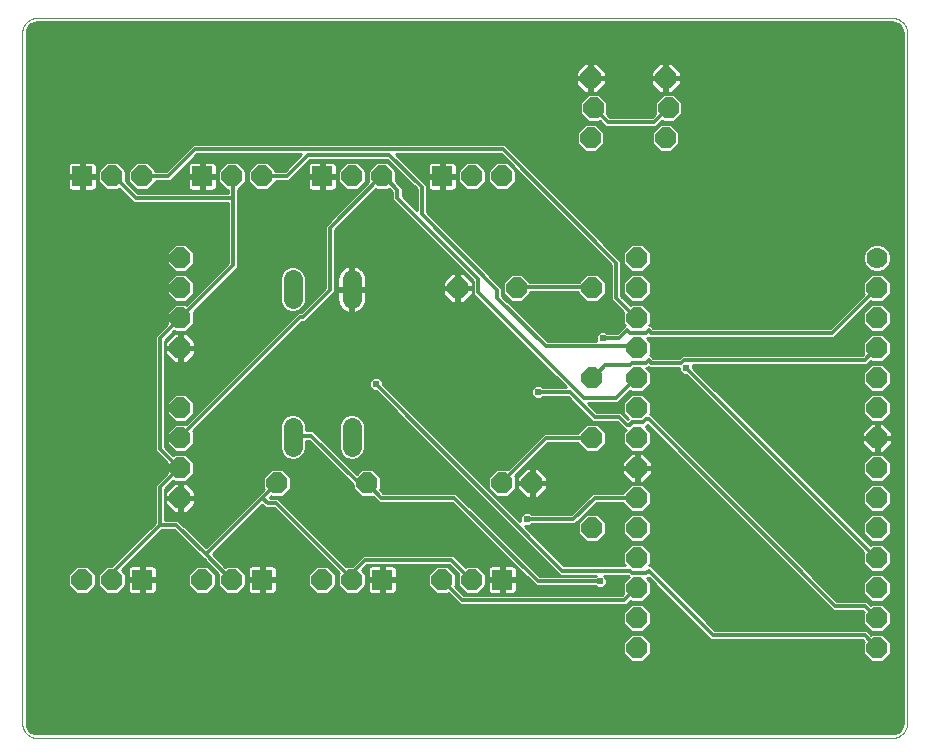
<source format=gtl>
G75*
%MOIN*%
%OFA0B0*%
%FSLAX25Y25*%
%IPPOS*%
%LPD*%
%AMOC8*
5,1,8,0,0,1.08239X$1,22.5*
%
%ADD10C,0.00000*%
%ADD11OC8,0.07000*%
%ADD12R,0.06600X0.06600*%
%ADD13C,0.07000*%
%ADD14C,0.06496*%
%ADD15C,0.01200*%
%ADD16C,0.02400*%
%ADD17C,0.01000*%
D10*
X0011500Y0006500D02*
X0296500Y0006500D01*
X0296640Y0006502D01*
X0296780Y0006508D01*
X0296920Y0006518D01*
X0297060Y0006531D01*
X0297199Y0006549D01*
X0297338Y0006571D01*
X0297475Y0006596D01*
X0297613Y0006625D01*
X0297749Y0006658D01*
X0297884Y0006695D01*
X0298018Y0006736D01*
X0298151Y0006781D01*
X0298283Y0006829D01*
X0298413Y0006881D01*
X0298542Y0006936D01*
X0298669Y0006995D01*
X0298795Y0007058D01*
X0298919Y0007124D01*
X0299040Y0007193D01*
X0299160Y0007266D01*
X0299278Y0007343D01*
X0299393Y0007422D01*
X0299507Y0007505D01*
X0299617Y0007591D01*
X0299726Y0007680D01*
X0299832Y0007772D01*
X0299935Y0007867D01*
X0300036Y0007964D01*
X0300133Y0008065D01*
X0300228Y0008168D01*
X0300320Y0008274D01*
X0300409Y0008383D01*
X0300495Y0008493D01*
X0300578Y0008607D01*
X0300657Y0008722D01*
X0300734Y0008840D01*
X0300807Y0008960D01*
X0300876Y0009081D01*
X0300942Y0009205D01*
X0301005Y0009331D01*
X0301064Y0009458D01*
X0301119Y0009587D01*
X0301171Y0009717D01*
X0301219Y0009849D01*
X0301264Y0009982D01*
X0301305Y0010116D01*
X0301342Y0010251D01*
X0301375Y0010387D01*
X0301404Y0010525D01*
X0301429Y0010662D01*
X0301451Y0010801D01*
X0301469Y0010940D01*
X0301482Y0011080D01*
X0301492Y0011220D01*
X0301498Y0011360D01*
X0301500Y0011500D01*
X0301500Y0241500D01*
X0301498Y0241640D01*
X0301492Y0241780D01*
X0301482Y0241920D01*
X0301469Y0242060D01*
X0301451Y0242199D01*
X0301429Y0242338D01*
X0301404Y0242475D01*
X0301375Y0242613D01*
X0301342Y0242749D01*
X0301305Y0242884D01*
X0301264Y0243018D01*
X0301219Y0243151D01*
X0301171Y0243283D01*
X0301119Y0243413D01*
X0301064Y0243542D01*
X0301005Y0243669D01*
X0300942Y0243795D01*
X0300876Y0243919D01*
X0300807Y0244040D01*
X0300734Y0244160D01*
X0300657Y0244278D01*
X0300578Y0244393D01*
X0300495Y0244507D01*
X0300409Y0244617D01*
X0300320Y0244726D01*
X0300228Y0244832D01*
X0300133Y0244935D01*
X0300036Y0245036D01*
X0299935Y0245133D01*
X0299832Y0245228D01*
X0299726Y0245320D01*
X0299617Y0245409D01*
X0299507Y0245495D01*
X0299393Y0245578D01*
X0299278Y0245657D01*
X0299160Y0245734D01*
X0299040Y0245807D01*
X0298919Y0245876D01*
X0298795Y0245942D01*
X0298669Y0246005D01*
X0298542Y0246064D01*
X0298413Y0246119D01*
X0298283Y0246171D01*
X0298151Y0246219D01*
X0298018Y0246264D01*
X0297884Y0246305D01*
X0297749Y0246342D01*
X0297613Y0246375D01*
X0297475Y0246404D01*
X0297338Y0246429D01*
X0297199Y0246451D01*
X0297060Y0246469D01*
X0296920Y0246482D01*
X0296780Y0246492D01*
X0296640Y0246498D01*
X0296500Y0246500D01*
X0011500Y0246500D01*
X0011360Y0246498D01*
X0011220Y0246492D01*
X0011080Y0246482D01*
X0010940Y0246469D01*
X0010801Y0246451D01*
X0010662Y0246429D01*
X0010525Y0246404D01*
X0010387Y0246375D01*
X0010251Y0246342D01*
X0010116Y0246305D01*
X0009982Y0246264D01*
X0009849Y0246219D01*
X0009717Y0246171D01*
X0009587Y0246119D01*
X0009458Y0246064D01*
X0009331Y0246005D01*
X0009205Y0245942D01*
X0009081Y0245876D01*
X0008960Y0245807D01*
X0008840Y0245734D01*
X0008722Y0245657D01*
X0008607Y0245578D01*
X0008493Y0245495D01*
X0008383Y0245409D01*
X0008274Y0245320D01*
X0008168Y0245228D01*
X0008065Y0245133D01*
X0007964Y0245036D01*
X0007867Y0244935D01*
X0007772Y0244832D01*
X0007680Y0244726D01*
X0007591Y0244617D01*
X0007505Y0244507D01*
X0007422Y0244393D01*
X0007343Y0244278D01*
X0007266Y0244160D01*
X0007193Y0244040D01*
X0007124Y0243919D01*
X0007058Y0243795D01*
X0006995Y0243669D01*
X0006936Y0243542D01*
X0006881Y0243413D01*
X0006829Y0243283D01*
X0006781Y0243151D01*
X0006736Y0243018D01*
X0006695Y0242884D01*
X0006658Y0242749D01*
X0006625Y0242613D01*
X0006596Y0242475D01*
X0006571Y0242338D01*
X0006549Y0242199D01*
X0006531Y0242060D01*
X0006518Y0241920D01*
X0006508Y0241780D01*
X0006502Y0241640D01*
X0006500Y0241500D01*
X0006500Y0011500D01*
X0006502Y0011360D01*
X0006508Y0011220D01*
X0006518Y0011080D01*
X0006531Y0010940D01*
X0006549Y0010801D01*
X0006571Y0010662D01*
X0006596Y0010525D01*
X0006625Y0010387D01*
X0006658Y0010251D01*
X0006695Y0010116D01*
X0006736Y0009982D01*
X0006781Y0009849D01*
X0006829Y0009717D01*
X0006881Y0009587D01*
X0006936Y0009458D01*
X0006995Y0009331D01*
X0007058Y0009205D01*
X0007124Y0009081D01*
X0007193Y0008960D01*
X0007266Y0008840D01*
X0007343Y0008722D01*
X0007422Y0008607D01*
X0007505Y0008493D01*
X0007591Y0008383D01*
X0007680Y0008274D01*
X0007772Y0008168D01*
X0007867Y0008065D01*
X0007964Y0007964D01*
X0008065Y0007867D01*
X0008168Y0007772D01*
X0008274Y0007680D01*
X0008383Y0007591D01*
X0008493Y0007505D01*
X0008607Y0007422D01*
X0008722Y0007343D01*
X0008840Y0007266D01*
X0008960Y0007193D01*
X0009081Y0007124D01*
X0009205Y0007058D01*
X0009331Y0006995D01*
X0009458Y0006936D01*
X0009587Y0006881D01*
X0009717Y0006829D01*
X0009849Y0006781D01*
X0009982Y0006736D01*
X0010116Y0006695D01*
X0010251Y0006658D01*
X0010387Y0006625D01*
X0010525Y0006596D01*
X0010662Y0006571D01*
X0010801Y0006549D01*
X0010940Y0006531D01*
X0011080Y0006518D01*
X0011220Y0006508D01*
X0011360Y0006502D01*
X0011500Y0006500D01*
D11*
X0026500Y0059256D03*
X0036500Y0059256D03*
X0066500Y0059256D03*
X0076500Y0059256D03*
X0106500Y0059256D03*
X0116500Y0059256D03*
X0146500Y0059256D03*
X0156500Y0059256D03*
X0166500Y0091500D03*
X0176500Y0091500D03*
X0196500Y0076500D03*
X0211500Y0076500D03*
X0211500Y0066500D03*
X0211500Y0056500D03*
X0211500Y0046500D03*
X0211500Y0036500D03*
X0211500Y0086500D03*
X0211500Y0096500D03*
X0211500Y0106500D03*
X0211500Y0116500D03*
X0211500Y0126500D03*
X0211500Y0136500D03*
X0211500Y0146500D03*
X0211500Y0156500D03*
X0211500Y0166500D03*
X0196500Y0156500D03*
X0171343Y0156500D03*
X0151657Y0156500D03*
X0196500Y0126500D03*
X0196500Y0106500D03*
X0121500Y0091500D03*
X0091500Y0091500D03*
X0059256Y0086500D03*
X0059256Y0096500D03*
X0059256Y0106500D03*
X0059256Y0116500D03*
X0059256Y0136500D03*
X0059256Y0146500D03*
X0059256Y0156500D03*
X0059256Y0166500D03*
X0046500Y0193744D03*
X0036500Y0193744D03*
X0076500Y0193744D03*
X0086500Y0193744D03*
X0116500Y0193744D03*
X0126500Y0193744D03*
X0156500Y0193744D03*
X0166500Y0193744D03*
X0196000Y0206500D03*
X0197000Y0216500D03*
X0196000Y0226500D03*
X0221000Y0226500D03*
X0222000Y0216500D03*
X0221000Y0206500D03*
X0291500Y0156500D03*
X0291500Y0146500D03*
X0291500Y0136500D03*
X0291500Y0126500D03*
X0291500Y0116500D03*
X0291500Y0106500D03*
X0291500Y0096500D03*
X0291500Y0086500D03*
X0291500Y0076500D03*
X0291500Y0066500D03*
X0291500Y0056500D03*
X0291500Y0046500D03*
X0291500Y0036500D03*
D12*
X0166500Y0059256D03*
X0126500Y0059256D03*
X0086500Y0059256D03*
X0046500Y0059256D03*
X0026500Y0193744D03*
X0066500Y0193744D03*
X0106500Y0193744D03*
X0146500Y0193744D03*
D13*
X0291500Y0166500D03*
D14*
X0116343Y0159354D02*
X0116343Y0152858D01*
X0096657Y0152858D02*
X0096657Y0159354D01*
X0096657Y0110142D02*
X0096657Y0103646D01*
X0116343Y0103646D02*
X0116343Y0110142D01*
D15*
X0102800Y0107300D02*
X0118100Y0092000D01*
X0120800Y0092000D01*
X0121500Y0091500D01*
X0121700Y0091100D01*
X0126200Y0086600D01*
X0150500Y0086600D01*
X0178400Y0058700D01*
X0199100Y0058700D01*
X0207200Y0052400D02*
X0210800Y0056000D01*
X0211500Y0056500D01*
X0209900Y0061400D02*
X0209000Y0062300D01*
X0186500Y0062300D01*
X0124400Y0124400D01*
X0102800Y0107300D02*
X0097400Y0107300D01*
X0096657Y0106894D01*
X0091500Y0091500D02*
X0086600Y0086600D01*
X0088400Y0084800D01*
X0091100Y0084800D01*
X0115400Y0060500D01*
X0116500Y0059256D01*
X0116300Y0059600D01*
X0115400Y0060500D01*
X0120800Y0065900D01*
X0149600Y0065900D01*
X0155900Y0059600D01*
X0156500Y0059256D01*
X0153200Y0052400D02*
X0207200Y0052400D01*
X0209900Y0061400D02*
X0214400Y0061400D01*
X0215300Y0062300D01*
X0236900Y0040700D01*
X0287300Y0040700D01*
X0291500Y0036500D01*
X0291500Y0046500D02*
X0290900Y0047000D01*
X0287300Y0050600D01*
X0277400Y0050600D01*
X0215300Y0112700D01*
X0214400Y0112700D01*
X0213500Y0111800D01*
X0209900Y0111800D01*
X0209000Y0110900D01*
X0208100Y0110900D01*
X0205400Y0113600D01*
X0197300Y0113600D01*
X0189200Y0121700D01*
X0178400Y0121700D01*
X0193700Y0119900D02*
X0158600Y0155000D01*
X0158600Y0159500D01*
X0131600Y0186500D01*
X0131600Y0189200D01*
X0127100Y0193700D01*
X0126500Y0193744D01*
X0126200Y0193700D01*
X0109100Y0176600D01*
X0109100Y0155900D01*
X0100100Y0146900D01*
X0099200Y0146900D01*
X0059600Y0107300D01*
X0059256Y0106500D01*
X0052400Y0102800D02*
X0058700Y0096500D01*
X0059256Y0096500D01*
X0058700Y0096500D02*
X0052400Y0090200D01*
X0052400Y0077600D01*
X0057800Y0077600D01*
X0067700Y0067700D01*
X0086600Y0086600D01*
X0067700Y0067700D02*
X0075800Y0059600D01*
X0076500Y0059256D01*
X0052400Y0077600D02*
X0037100Y0062300D01*
X0037100Y0059600D01*
X0036500Y0059256D01*
X0052400Y0102800D02*
X0052400Y0139700D01*
X0058700Y0146000D01*
X0059256Y0146500D01*
X0059600Y0146900D01*
X0076700Y0164000D01*
X0076700Y0186500D01*
X0044300Y0186500D01*
X0037100Y0193700D01*
X0036500Y0193744D01*
X0046500Y0193744D02*
X0047000Y0193700D01*
X0055100Y0193700D01*
X0064100Y0202700D01*
X0166700Y0202700D01*
X0204500Y0164900D01*
X0204500Y0153200D01*
X0210800Y0146900D01*
X0211500Y0146500D01*
X0208100Y0142400D02*
X0209000Y0141500D01*
X0214400Y0141500D01*
X0215300Y0142400D01*
X0216200Y0141500D01*
X0276500Y0141500D01*
X0291500Y0156500D01*
X0291500Y0136500D02*
X0290900Y0136100D01*
X0287300Y0132500D01*
X0227000Y0132500D01*
X0226100Y0131600D01*
X0216200Y0131600D01*
X0215300Y0132500D01*
X0214400Y0131600D01*
X0209900Y0131600D01*
X0209000Y0130700D01*
X0200900Y0130700D01*
X0197300Y0127100D01*
X0196500Y0126500D01*
X0193700Y0119900D02*
X0204500Y0119900D01*
X0210800Y0126200D01*
X0211500Y0126500D01*
X0211500Y0136500D02*
X0210800Y0137000D01*
X0181100Y0137000D01*
X0164900Y0153200D01*
X0164900Y0155900D01*
X0139700Y0181100D01*
X0139700Y0190100D01*
X0128900Y0200900D01*
X0101900Y0200900D01*
X0094700Y0193700D01*
X0086600Y0193700D01*
X0086500Y0193744D01*
X0076700Y0193700D02*
X0076700Y0186500D01*
X0076700Y0193700D02*
X0076500Y0193744D01*
X0171343Y0156500D02*
X0172100Y0156800D01*
X0196400Y0156800D01*
X0196500Y0156500D01*
X0208100Y0142400D02*
X0205400Y0139700D01*
X0200000Y0139700D01*
X0227900Y0129800D02*
X0290900Y0066800D01*
X0291500Y0066500D01*
X0211500Y0086500D02*
X0210800Y0086600D01*
X0197300Y0086600D01*
X0190100Y0079400D01*
X0174800Y0079400D01*
X0166500Y0091500D02*
X0166700Y0092000D01*
X0181100Y0106400D01*
X0196400Y0106400D01*
X0196500Y0106500D01*
X0146500Y0059256D02*
X0146900Y0058700D01*
X0153200Y0052400D01*
X0201800Y0211700D02*
X0217100Y0211700D01*
X0221600Y0216200D01*
X0222000Y0216500D01*
X0201800Y0211700D02*
X0197000Y0216500D01*
D16*
X0200000Y0139700D03*
X0178400Y0121700D03*
X0227900Y0129800D03*
X0174800Y0079400D03*
X0199100Y0058700D03*
X0124400Y0124400D03*
D17*
X0008650Y0009496D02*
X0299350Y0009496D01*
X0299410Y0009555D02*
X0298444Y0008590D01*
X0297183Y0008067D01*
X0296500Y0008000D01*
X0011500Y0008000D01*
X0010817Y0008067D01*
X0009555Y0008590D01*
X0008590Y0009555D01*
X0008067Y0010817D01*
X0008000Y0011500D01*
X0008000Y0241500D01*
X0008067Y0242183D01*
X0008590Y0243444D01*
X0009555Y0244410D01*
X0010817Y0244933D01*
X0011500Y0245000D01*
X0296500Y0245000D01*
X0297183Y0244933D01*
X0298444Y0244410D01*
X0299410Y0243444D01*
X0299933Y0242183D01*
X0300000Y0241500D01*
X0300000Y0240879D01*
X0300000Y0011500D01*
X0299933Y0010817D01*
X0299410Y0009555D01*
X0299799Y0010494D02*
X0008201Y0010494D01*
X0008001Y0011493D02*
X0299999Y0011493D01*
X0300000Y0012491D02*
X0008000Y0012491D01*
X0008000Y0013490D02*
X0300000Y0013490D01*
X0300000Y0014488D02*
X0008000Y0014488D01*
X0008000Y0015487D02*
X0300000Y0015487D01*
X0300000Y0016485D02*
X0008000Y0016485D01*
X0008000Y0017484D02*
X0300000Y0017484D01*
X0300000Y0018482D02*
X0008000Y0018482D01*
X0008000Y0019481D02*
X0300000Y0019481D01*
X0300000Y0020479D02*
X0008000Y0020479D01*
X0008000Y0021478D02*
X0300000Y0021478D01*
X0300000Y0022476D02*
X0008000Y0022476D01*
X0008000Y0023475D02*
X0300000Y0023475D01*
X0300000Y0024473D02*
X0008000Y0024473D01*
X0008000Y0025472D02*
X0300000Y0025472D01*
X0300000Y0026470D02*
X0008000Y0026470D01*
X0008000Y0027469D02*
X0300000Y0027469D01*
X0300000Y0028467D02*
X0008000Y0028467D01*
X0008000Y0029466D02*
X0300000Y0029466D01*
X0300000Y0030464D02*
X0008000Y0030464D01*
X0008000Y0031463D02*
X0300000Y0031463D01*
X0300000Y0032461D02*
X0293967Y0032461D01*
X0293405Y0031900D02*
X0296100Y0034595D01*
X0296100Y0038405D01*
X0293405Y0041100D01*
X0289595Y0041100D01*
X0289449Y0040955D01*
X0288004Y0042400D01*
X0237604Y0042400D01*
X0216004Y0064000D01*
X0215505Y0064000D01*
X0216100Y0064595D01*
X0216100Y0068405D01*
X0213405Y0071100D01*
X0209595Y0071100D01*
X0206900Y0068405D01*
X0206900Y0064595D01*
X0207495Y0064000D01*
X0187204Y0064000D01*
X0174104Y0077100D01*
X0175753Y0077100D01*
X0176353Y0077700D01*
X0190804Y0077700D01*
X0198004Y0084900D01*
X0206900Y0084900D01*
X0206900Y0084595D01*
X0209595Y0081900D01*
X0213405Y0081900D01*
X0216100Y0084595D01*
X0216100Y0088405D01*
X0213405Y0091100D01*
X0209595Y0091100D01*
X0206900Y0088405D01*
X0206900Y0088300D01*
X0196596Y0088300D01*
X0189396Y0081100D01*
X0176353Y0081100D01*
X0175753Y0081700D01*
X0173847Y0081700D01*
X0172500Y0080353D01*
X0172500Y0078704D01*
X0126700Y0124504D01*
X0126700Y0125353D01*
X0125353Y0126700D01*
X0123447Y0126700D01*
X0122100Y0125353D01*
X0122100Y0123447D01*
X0123447Y0122100D01*
X0124296Y0122100D01*
X0184800Y0061596D01*
X0185796Y0060600D01*
X0197747Y0060600D01*
X0197547Y0060400D01*
X0179104Y0060400D01*
X0152200Y0087304D01*
X0151204Y0088300D01*
X0126904Y0088300D01*
X0125855Y0089349D01*
X0126100Y0089595D01*
X0126100Y0093405D01*
X0123405Y0096100D01*
X0119595Y0096100D01*
X0117999Y0094505D01*
X0103504Y0109000D01*
X0101005Y0109000D01*
X0101005Y0111007D01*
X0100344Y0112605D01*
X0099120Y0113828D01*
X0097522Y0114490D01*
X0095793Y0114490D01*
X0094195Y0113828D01*
X0092971Y0112605D01*
X0092309Y0111007D01*
X0092309Y0102781D01*
X0092971Y0101183D01*
X0094195Y0099960D01*
X0095793Y0099298D01*
X0097522Y0099298D01*
X0099120Y0099960D01*
X0100344Y0101183D01*
X0101005Y0102781D01*
X0101005Y0105600D01*
X0102096Y0105600D01*
X0116400Y0091296D01*
X0116900Y0090796D01*
X0116900Y0089595D01*
X0119595Y0086900D01*
X0123405Y0086900D01*
X0123451Y0086945D01*
X0125496Y0084900D01*
X0149796Y0084900D01*
X0177696Y0057000D01*
X0197547Y0057000D01*
X0198147Y0056400D01*
X0200053Y0056400D01*
X0201400Y0057747D01*
X0201400Y0059653D01*
X0200453Y0060600D01*
X0208296Y0060600D01*
X0208695Y0060201D01*
X0206900Y0058405D01*
X0206900Y0054595D01*
X0206945Y0054549D01*
X0206496Y0054100D01*
X0153904Y0054100D01*
X0150877Y0057127D01*
X0151100Y0057351D01*
X0151100Y0061161D01*
X0148405Y0063856D01*
X0144595Y0063856D01*
X0141900Y0061161D01*
X0141900Y0057351D01*
X0144595Y0054656D01*
X0148405Y0054656D01*
X0148473Y0054723D01*
X0151500Y0051696D01*
X0152496Y0050700D01*
X0207904Y0050700D01*
X0209349Y0052145D01*
X0209595Y0051900D01*
X0213405Y0051900D01*
X0216100Y0054595D01*
X0216100Y0058405D01*
X0214805Y0059700D01*
X0215104Y0059700D01*
X0215300Y0059896D01*
X0235200Y0039996D01*
X0236196Y0039000D01*
X0286596Y0039000D01*
X0287045Y0038551D01*
X0286900Y0038405D01*
X0286900Y0034595D01*
X0289595Y0031900D01*
X0293405Y0031900D01*
X0294965Y0033460D02*
X0300000Y0033460D01*
X0300000Y0034458D02*
X0295964Y0034458D01*
X0296100Y0035457D02*
X0300000Y0035457D01*
X0300000Y0036455D02*
X0296100Y0036455D01*
X0296100Y0037454D02*
X0300000Y0037454D01*
X0300000Y0038452D02*
X0296053Y0038452D01*
X0295054Y0039451D02*
X0300000Y0039451D01*
X0300000Y0040449D02*
X0294056Y0040449D01*
X0293405Y0041900D02*
X0289595Y0041900D01*
X0286900Y0044595D01*
X0286900Y0048405D01*
X0286995Y0048501D01*
X0286596Y0048900D01*
X0276696Y0048900D01*
X0275700Y0049896D01*
X0214850Y0110746D01*
X0214305Y0110201D01*
X0216100Y0108405D01*
X0216100Y0104595D01*
X0213405Y0101900D01*
X0209595Y0101900D01*
X0206900Y0104595D01*
X0206900Y0108405D01*
X0207695Y0109200D01*
X0207396Y0109200D01*
X0206400Y0110196D01*
X0204696Y0111900D01*
X0196596Y0111900D01*
X0195600Y0112896D01*
X0188496Y0120000D01*
X0179953Y0120000D01*
X0179353Y0119400D01*
X0177447Y0119400D01*
X0176100Y0120747D01*
X0176100Y0122653D01*
X0177447Y0124000D01*
X0179353Y0124000D01*
X0179953Y0123400D01*
X0187796Y0123400D01*
X0157896Y0153300D01*
X0156900Y0154296D01*
X0156900Y0158796D01*
X0130896Y0184800D01*
X0129900Y0185796D01*
X0129900Y0188496D01*
X0128829Y0189567D01*
X0128405Y0189144D01*
X0124595Y0189144D01*
X0124321Y0189417D01*
X0110800Y0175896D01*
X0110800Y0155196D01*
X0109804Y0154200D01*
X0100804Y0145200D01*
X0099904Y0145200D01*
X0063483Y0108779D01*
X0063856Y0108405D01*
X0063856Y0104595D01*
X0061161Y0101900D01*
X0057351Y0101900D01*
X0054656Y0104595D01*
X0054656Y0108405D01*
X0057351Y0111100D01*
X0060996Y0111100D01*
X0097500Y0147604D01*
X0098496Y0148600D01*
X0099396Y0148600D01*
X0107400Y0156604D01*
X0107400Y0177304D01*
X0121917Y0191821D01*
X0121900Y0191839D01*
X0121900Y0195649D01*
X0124595Y0198344D01*
X0128405Y0198344D01*
X0131100Y0195649D01*
X0131100Y0192104D01*
X0133300Y0189904D01*
X0133300Y0187204D01*
X0138000Y0182504D01*
X0138000Y0189396D01*
X0128196Y0199200D01*
X0102604Y0199200D01*
X0095404Y0192000D01*
X0091100Y0192000D01*
X0091100Y0191839D01*
X0088405Y0189144D01*
X0084595Y0189144D01*
X0081900Y0191839D01*
X0081900Y0195649D01*
X0084595Y0198344D01*
X0088405Y0198344D01*
X0091100Y0195649D01*
X0091100Y0195400D01*
X0093996Y0195400D01*
X0099596Y0201000D01*
X0064804Y0201000D01*
X0056800Y0192996D01*
X0056800Y0192996D01*
X0055804Y0192000D01*
X0051100Y0192000D01*
X0051100Y0191839D01*
X0048405Y0189144D01*
X0044595Y0189144D01*
X0041900Y0191839D01*
X0041900Y0195649D01*
X0044595Y0198344D01*
X0048405Y0198344D01*
X0051100Y0195649D01*
X0051100Y0195400D01*
X0054396Y0195400D01*
X0062400Y0203404D01*
X0062400Y0203404D01*
X0063396Y0204400D01*
X0167404Y0204400D01*
X0205204Y0166600D01*
X0206200Y0165604D01*
X0206200Y0153904D01*
X0209299Y0150805D01*
X0209595Y0151100D01*
X0213405Y0151100D01*
X0216100Y0148405D01*
X0216100Y0144595D01*
X0215605Y0144100D01*
X0216004Y0144100D01*
X0216904Y0143200D01*
X0275796Y0143200D01*
X0287045Y0154449D01*
X0286900Y0154595D01*
X0286900Y0158405D01*
X0289595Y0161100D01*
X0293405Y0161100D01*
X0296100Y0158405D01*
X0296100Y0154595D01*
X0293405Y0151900D01*
X0289595Y0151900D01*
X0289449Y0152045D01*
X0277204Y0139800D01*
X0215496Y0139800D01*
X0215300Y0139996D01*
X0215104Y0139800D01*
X0214705Y0139800D01*
X0216100Y0138405D01*
X0216100Y0134595D01*
X0215705Y0134200D01*
X0216004Y0134200D01*
X0216904Y0133300D01*
X0225396Y0133300D01*
X0226296Y0134200D01*
X0286596Y0134200D01*
X0286945Y0134549D01*
X0286900Y0134595D01*
X0286900Y0138405D01*
X0289595Y0141100D01*
X0293405Y0141100D01*
X0296100Y0138405D01*
X0296100Y0134595D01*
X0293405Y0131900D01*
X0289595Y0131900D01*
X0289349Y0132145D01*
X0288004Y0130800D01*
X0230153Y0130800D01*
X0230200Y0130753D01*
X0230200Y0129904D01*
X0289299Y0070805D01*
X0289595Y0071100D01*
X0293405Y0071100D01*
X0296100Y0068405D01*
X0296100Y0064595D01*
X0293405Y0061900D01*
X0289595Y0061900D01*
X0286900Y0064595D01*
X0286900Y0068396D01*
X0227796Y0127500D01*
X0226947Y0127500D01*
X0225600Y0128847D01*
X0225600Y0129900D01*
X0215496Y0129900D01*
X0215300Y0130096D01*
X0215104Y0129900D01*
X0214605Y0129900D01*
X0216100Y0128405D01*
X0216100Y0124595D01*
X0213405Y0121900D01*
X0209595Y0121900D01*
X0209249Y0122245D01*
X0206200Y0119196D01*
X0205204Y0118200D01*
X0195104Y0118200D01*
X0198004Y0115300D01*
X0206104Y0115300D01*
X0208550Y0112854D01*
X0208595Y0112899D01*
X0206900Y0114595D01*
X0206900Y0118405D01*
X0209595Y0121100D01*
X0213405Y0121100D01*
X0216100Y0118405D01*
X0216100Y0114595D01*
X0215905Y0114400D01*
X0216004Y0114400D01*
X0278104Y0052300D01*
X0288004Y0052300D01*
X0289399Y0050905D01*
X0289595Y0051100D01*
X0293405Y0051100D01*
X0296100Y0048405D01*
X0296100Y0044595D01*
X0293405Y0041900D01*
X0293952Y0042446D02*
X0300000Y0042446D01*
X0300000Y0041448D02*
X0288956Y0041448D01*
X0289048Y0042446D02*
X0237558Y0042446D01*
X0236559Y0043445D02*
X0288050Y0043445D01*
X0287051Y0044443D02*
X0235561Y0044443D01*
X0234562Y0045442D02*
X0286900Y0045442D01*
X0286900Y0046440D02*
X0233564Y0046440D01*
X0232565Y0047439D02*
X0286900Y0047439D01*
X0286932Y0048437D02*
X0231567Y0048437D01*
X0230568Y0049436D02*
X0276160Y0049436D01*
X0275161Y0050434D02*
X0229570Y0050434D01*
X0228571Y0051433D02*
X0274163Y0051433D01*
X0273164Y0052432D02*
X0227573Y0052432D01*
X0226574Y0053430D02*
X0272166Y0053430D01*
X0271167Y0054429D02*
X0225576Y0054429D01*
X0224577Y0055427D02*
X0270169Y0055427D01*
X0269170Y0056426D02*
X0223579Y0056426D01*
X0222580Y0057424D02*
X0268172Y0057424D01*
X0267173Y0058423D02*
X0221582Y0058423D01*
X0220583Y0059421D02*
X0266175Y0059421D01*
X0265176Y0060420D02*
X0219585Y0060420D01*
X0218586Y0061418D02*
X0264178Y0061418D01*
X0263179Y0062417D02*
X0217588Y0062417D01*
X0216589Y0063415D02*
X0262181Y0063415D01*
X0261182Y0064414D02*
X0215919Y0064414D01*
X0216100Y0065412D02*
X0260184Y0065412D01*
X0259185Y0066411D02*
X0216100Y0066411D01*
X0216100Y0067409D02*
X0258187Y0067409D01*
X0257188Y0068408D02*
X0216098Y0068408D01*
X0215099Y0069406D02*
X0256190Y0069406D01*
X0255191Y0070405D02*
X0214101Y0070405D01*
X0213405Y0071900D02*
X0209595Y0071900D01*
X0206900Y0074595D01*
X0206900Y0078405D01*
X0209595Y0081100D01*
X0213405Y0081100D01*
X0216100Y0078405D01*
X0216100Y0074595D01*
X0213405Y0071900D01*
X0213907Y0072402D02*
X0253194Y0072402D01*
X0252196Y0073400D02*
X0214906Y0073400D01*
X0215904Y0074399D02*
X0251197Y0074399D01*
X0250199Y0075397D02*
X0216100Y0075397D01*
X0216100Y0076396D02*
X0249200Y0076396D01*
X0248202Y0077394D02*
X0216100Y0077394D01*
X0216100Y0078393D02*
X0247203Y0078393D01*
X0246205Y0079391D02*
X0215114Y0079391D01*
X0214116Y0080390D02*
X0245206Y0080390D01*
X0244207Y0081388D02*
X0194493Y0081388D01*
X0194595Y0081100D02*
X0191900Y0078405D01*
X0191900Y0074595D01*
X0194595Y0071900D01*
X0198405Y0071900D01*
X0201100Y0074595D01*
X0201100Y0078405D01*
X0198405Y0081100D01*
X0194595Y0081100D01*
X0193884Y0080390D02*
X0193494Y0080390D01*
X0192886Y0079391D02*
X0192495Y0079391D01*
X0191900Y0078393D02*
X0191497Y0078393D01*
X0191900Y0077394D02*
X0176047Y0077394D01*
X0174808Y0076396D02*
X0191900Y0076396D01*
X0191900Y0075397D02*
X0175807Y0075397D01*
X0176805Y0074399D02*
X0192096Y0074399D01*
X0193094Y0073400D02*
X0177804Y0073400D01*
X0178802Y0072402D02*
X0194093Y0072402D01*
X0198907Y0072402D02*
X0209093Y0072402D01*
X0208094Y0073400D02*
X0199906Y0073400D01*
X0200904Y0074399D02*
X0207096Y0074399D01*
X0206900Y0075397D02*
X0201100Y0075397D01*
X0201100Y0076396D02*
X0206900Y0076396D01*
X0206900Y0077394D02*
X0201100Y0077394D01*
X0201100Y0078393D02*
X0206900Y0078393D01*
X0207886Y0079391D02*
X0200114Y0079391D01*
X0199116Y0080390D02*
X0208884Y0080390D01*
X0209108Y0082387D02*
X0195491Y0082387D01*
X0196490Y0083385D02*
X0208109Y0083385D01*
X0207111Y0084384D02*
X0197488Y0084384D01*
X0194677Y0086381D02*
X0164823Y0086381D01*
X0164595Y0086900D02*
X0168405Y0086900D01*
X0171100Y0089595D01*
X0171100Y0093405D01*
X0170805Y0093701D01*
X0181804Y0104700D01*
X0191900Y0104700D01*
X0191900Y0104595D01*
X0194595Y0101900D01*
X0198405Y0101900D01*
X0201100Y0104595D01*
X0201100Y0108405D01*
X0198405Y0111100D01*
X0194595Y0111100D01*
X0191900Y0108405D01*
X0191900Y0108100D01*
X0180396Y0108100D01*
X0179400Y0107104D01*
X0168396Y0096100D01*
X0164595Y0096100D01*
X0161900Y0093405D01*
X0161900Y0089595D01*
X0164595Y0086900D01*
X0164115Y0087379D02*
X0163825Y0087379D01*
X0163117Y0088378D02*
X0162826Y0088378D01*
X0162118Y0089376D02*
X0161828Y0089376D01*
X0161900Y0090375D02*
X0160829Y0090375D01*
X0159831Y0091373D02*
X0161900Y0091373D01*
X0161900Y0092372D02*
X0158832Y0092372D01*
X0157834Y0093370D02*
X0161900Y0093370D01*
X0162864Y0094369D02*
X0156835Y0094369D01*
X0155837Y0095368D02*
X0163862Y0095368D01*
X0168662Y0096366D02*
X0154838Y0096366D01*
X0153840Y0097365D02*
X0169660Y0097365D01*
X0170659Y0098363D02*
X0152841Y0098363D01*
X0151843Y0099362D02*
X0171657Y0099362D01*
X0172656Y0100360D02*
X0150844Y0100360D01*
X0149846Y0101359D02*
X0173654Y0101359D01*
X0174653Y0102357D02*
X0148847Y0102357D01*
X0147849Y0103356D02*
X0175651Y0103356D01*
X0176650Y0104354D02*
X0146850Y0104354D01*
X0145852Y0105353D02*
X0177648Y0105353D01*
X0178647Y0106351D02*
X0144853Y0106351D01*
X0143855Y0107350D02*
X0179645Y0107350D01*
X0181458Y0104354D02*
X0192141Y0104354D01*
X0193139Y0103356D02*
X0180460Y0103356D01*
X0179461Y0102357D02*
X0194138Y0102357D01*
X0198862Y0102357D02*
X0209138Y0102357D01*
X0209429Y0101500D02*
X0206500Y0098571D01*
X0206500Y0096984D01*
X0211016Y0096984D01*
X0211016Y0096016D01*
X0211984Y0096016D01*
X0211984Y0091500D01*
X0213571Y0091500D01*
X0216500Y0094429D01*
X0216500Y0096016D01*
X0211984Y0096016D01*
X0211984Y0096984D01*
X0216500Y0096984D01*
X0216500Y0098571D01*
X0213571Y0101500D01*
X0211984Y0101500D01*
X0211984Y0096984D01*
X0211016Y0096984D01*
X0211016Y0101500D01*
X0209429Y0101500D01*
X0209288Y0101359D02*
X0178463Y0101359D01*
X0177464Y0100360D02*
X0208289Y0100360D01*
X0207291Y0099362D02*
X0176466Y0099362D01*
X0175467Y0098363D02*
X0206500Y0098363D01*
X0206500Y0097365D02*
X0174469Y0097365D01*
X0174429Y0096500D02*
X0171500Y0093571D01*
X0171500Y0091984D01*
X0176016Y0091984D01*
X0176016Y0091016D01*
X0176984Y0091016D01*
X0176984Y0086500D01*
X0178571Y0086500D01*
X0181500Y0089429D01*
X0181500Y0091016D01*
X0176984Y0091016D01*
X0176984Y0091984D01*
X0181500Y0091984D01*
X0181500Y0093571D01*
X0178571Y0096500D01*
X0176984Y0096500D01*
X0176984Y0091984D01*
X0176016Y0091984D01*
X0176016Y0096500D01*
X0174429Y0096500D01*
X0174295Y0096366D02*
X0173470Y0096366D01*
X0173296Y0095368D02*
X0172472Y0095368D01*
X0172298Y0094369D02*
X0171473Y0094369D01*
X0171500Y0093370D02*
X0171100Y0093370D01*
X0171100Y0092372D02*
X0171500Y0092372D01*
X0171100Y0091373D02*
X0176016Y0091373D01*
X0176016Y0091016D02*
X0171500Y0091016D01*
X0171500Y0089429D01*
X0174429Y0086500D01*
X0176016Y0086500D01*
X0176016Y0091016D01*
X0176016Y0090375D02*
X0176984Y0090375D01*
X0176984Y0091373D02*
X0234222Y0091373D01*
X0235221Y0090375D02*
X0214130Y0090375D01*
X0215129Y0089376D02*
X0236219Y0089376D01*
X0237218Y0088378D02*
X0216100Y0088378D01*
X0216100Y0087379D02*
X0238216Y0087379D01*
X0239215Y0086381D02*
X0216100Y0086381D01*
X0216100Y0085382D02*
X0240213Y0085382D01*
X0241212Y0084384D02*
X0215889Y0084384D01*
X0214891Y0083385D02*
X0242210Y0083385D01*
X0243209Y0082387D02*
X0213892Y0082387D01*
X0206900Y0088378D02*
X0180449Y0088378D01*
X0181447Y0089376D02*
X0207871Y0089376D01*
X0208870Y0090375D02*
X0181500Y0090375D01*
X0181500Y0092372D02*
X0208557Y0092372D01*
X0209429Y0091500D02*
X0211016Y0091500D01*
X0211016Y0096016D01*
X0206500Y0096016D01*
X0206500Y0094429D01*
X0209429Y0091500D01*
X0211016Y0092372D02*
X0211984Y0092372D01*
X0211984Y0093370D02*
X0211016Y0093370D01*
X0211016Y0094369D02*
X0211984Y0094369D01*
X0211984Y0095368D02*
X0211016Y0095368D01*
X0211016Y0096366D02*
X0178705Y0096366D01*
X0179704Y0095368D02*
X0206500Y0095368D01*
X0206560Y0094369D02*
X0180702Y0094369D01*
X0181500Y0093370D02*
X0207558Y0093370D01*
X0211016Y0097365D02*
X0211984Y0097365D01*
X0211984Y0098363D02*
X0211016Y0098363D01*
X0211016Y0099362D02*
X0211984Y0099362D01*
X0211984Y0100360D02*
X0211016Y0100360D01*
X0211016Y0101359D02*
X0211984Y0101359D01*
X0213712Y0101359D02*
X0224237Y0101359D01*
X0223239Y0102357D02*
X0213862Y0102357D01*
X0214861Y0103356D02*
X0222240Y0103356D01*
X0221242Y0104354D02*
X0215859Y0104354D01*
X0216100Y0105353D02*
X0220243Y0105353D01*
X0219245Y0106351D02*
X0216100Y0106351D01*
X0216100Y0107350D02*
X0218246Y0107350D01*
X0217248Y0108348D02*
X0216100Y0108348D01*
X0216249Y0109347D02*
X0215159Y0109347D01*
X0215251Y0110345D02*
X0214449Y0110345D01*
X0217063Y0113341D02*
X0241955Y0113341D01*
X0240957Y0114339D02*
X0216065Y0114339D01*
X0216100Y0115338D02*
X0239958Y0115338D01*
X0238960Y0116336D02*
X0216100Y0116336D01*
X0216100Y0117335D02*
X0237961Y0117335D01*
X0236963Y0118333D02*
X0216100Y0118333D01*
X0215174Y0119332D02*
X0235964Y0119332D01*
X0234966Y0120330D02*
X0214175Y0120330D01*
X0213833Y0122327D02*
X0232969Y0122327D01*
X0233967Y0121329D02*
X0208333Y0121329D01*
X0208825Y0120330D02*
X0207334Y0120330D01*
X0207826Y0119332D02*
X0206336Y0119332D01*
X0206900Y0118333D02*
X0205337Y0118333D01*
X0206900Y0117335D02*
X0195969Y0117335D01*
X0196968Y0116336D02*
X0206900Y0116336D01*
X0206900Y0115338D02*
X0197966Y0115338D01*
X0195155Y0113341D02*
X0137863Y0113341D01*
X0136865Y0114339D02*
X0194157Y0114339D01*
X0193158Y0115338D02*
X0135866Y0115338D01*
X0134868Y0116336D02*
X0192160Y0116336D01*
X0191161Y0117335D02*
X0133869Y0117335D01*
X0132871Y0118333D02*
X0190163Y0118333D01*
X0189164Y0119332D02*
X0131872Y0119332D01*
X0130874Y0120330D02*
X0176517Y0120330D01*
X0176100Y0121329D02*
X0129875Y0121329D01*
X0128877Y0122327D02*
X0176100Y0122327D01*
X0176773Y0123326D02*
X0127878Y0123326D01*
X0126880Y0124324D02*
X0186871Y0124324D01*
X0185873Y0125323D02*
X0126700Y0125323D01*
X0125731Y0126321D02*
X0184874Y0126321D01*
X0183876Y0127320D02*
X0082024Y0127320D01*
X0083023Y0128318D02*
X0182877Y0128318D01*
X0181879Y0129317D02*
X0084021Y0129317D01*
X0085020Y0130315D02*
X0180880Y0130315D01*
X0179882Y0131314D02*
X0086018Y0131314D01*
X0087017Y0132312D02*
X0178883Y0132312D01*
X0177885Y0133311D02*
X0088015Y0133311D01*
X0089014Y0134309D02*
X0176886Y0134309D01*
X0175888Y0135308D02*
X0090012Y0135308D01*
X0091011Y0136306D02*
X0174889Y0136306D01*
X0173891Y0137305D02*
X0092009Y0137305D01*
X0093008Y0138303D02*
X0172892Y0138303D01*
X0171894Y0139302D02*
X0094006Y0139302D01*
X0095005Y0140301D02*
X0170895Y0140301D01*
X0169897Y0141299D02*
X0096003Y0141299D01*
X0097002Y0142298D02*
X0168898Y0142298D01*
X0167900Y0143296D02*
X0098000Y0143296D01*
X0098999Y0144295D02*
X0166901Y0144295D01*
X0165903Y0145293D02*
X0100897Y0145293D01*
X0101896Y0146292D02*
X0164904Y0146292D01*
X0163906Y0147290D02*
X0102894Y0147290D01*
X0103893Y0148289D02*
X0115042Y0148289D01*
X0115231Y0148227D02*
X0115843Y0148130D01*
X0115843Y0155606D01*
X0116842Y0155606D01*
X0116842Y0148130D01*
X0117454Y0148227D01*
X0118165Y0148458D01*
X0118831Y0148797D01*
X0119436Y0149237D01*
X0119964Y0149765D01*
X0120403Y0150370D01*
X0120743Y0151036D01*
X0120974Y0151746D01*
X0121091Y0152485D01*
X0121091Y0155606D01*
X0116843Y0155606D01*
X0116843Y0156606D01*
X0121091Y0156606D01*
X0121091Y0159728D01*
X0120974Y0160466D01*
X0120743Y0161177D01*
X0120403Y0161843D01*
X0119964Y0162447D01*
X0119436Y0162976D01*
X0118831Y0163415D01*
X0118165Y0163754D01*
X0117454Y0163985D01*
X0116842Y0164082D01*
X0116842Y0156606D01*
X0115843Y0156606D01*
X0115843Y0164082D01*
X0115231Y0163985D01*
X0114520Y0163754D01*
X0113854Y0163415D01*
X0113249Y0162976D01*
X0112721Y0162447D01*
X0112282Y0161843D01*
X0111942Y0161177D01*
X0111711Y0160466D01*
X0111594Y0159728D01*
X0111594Y0156606D01*
X0115842Y0156606D01*
X0115842Y0155606D01*
X0111594Y0155606D01*
X0111594Y0152485D01*
X0111711Y0151746D01*
X0111942Y0151036D01*
X0112282Y0150370D01*
X0112721Y0149765D01*
X0113249Y0149237D01*
X0113854Y0148797D01*
X0114520Y0148458D01*
X0115231Y0148227D01*
X0115843Y0148289D02*
X0116842Y0148289D01*
X0117643Y0148289D02*
X0162907Y0148289D01*
X0161909Y0149287D02*
X0119486Y0149287D01*
X0120342Y0150286D02*
X0160910Y0150286D01*
X0159912Y0151284D02*
X0120823Y0151284D01*
X0121059Y0152283D02*
X0148804Y0152283D01*
X0149586Y0151500D02*
X0146657Y0154429D01*
X0146657Y0156016D01*
X0151173Y0156016D01*
X0151173Y0156984D01*
X0146657Y0156984D01*
X0146657Y0158571D01*
X0149586Y0161500D01*
X0151173Y0161500D01*
X0151173Y0156984D01*
X0152142Y0156984D01*
X0156657Y0156984D01*
X0156657Y0158571D01*
X0153729Y0161500D01*
X0152142Y0161500D01*
X0152142Y0156984D01*
X0152142Y0156016D01*
X0156657Y0156016D01*
X0156657Y0154429D01*
X0153729Y0151500D01*
X0152142Y0151500D01*
X0152142Y0156016D01*
X0151173Y0156016D01*
X0151173Y0151500D01*
X0149586Y0151500D01*
X0151173Y0152283D02*
X0152142Y0152283D01*
X0152142Y0153281D02*
X0151173Y0153281D01*
X0151173Y0154280D02*
X0152142Y0154280D01*
X0152142Y0155278D02*
X0151173Y0155278D01*
X0151173Y0156277D02*
X0116843Y0156277D01*
X0116842Y0157275D02*
X0115843Y0157275D01*
X0115842Y0156277D02*
X0110800Y0156277D01*
X0110800Y0157275D02*
X0111594Y0157275D01*
X0111594Y0158274D02*
X0110800Y0158274D01*
X0110800Y0159272D02*
X0111594Y0159272D01*
X0111680Y0160271D02*
X0110800Y0160271D01*
X0110800Y0161269D02*
X0111989Y0161269D01*
X0112590Y0162268D02*
X0110800Y0162268D01*
X0110800Y0163266D02*
X0113649Y0163266D01*
X0115843Y0163266D02*
X0116842Y0163266D01*
X0116842Y0162268D02*
X0115843Y0162268D01*
X0115843Y0161269D02*
X0116842Y0161269D01*
X0116842Y0160271D02*
X0115843Y0160271D01*
X0115843Y0159272D02*
X0116842Y0159272D01*
X0116842Y0158274D02*
X0115843Y0158274D01*
X0115843Y0155278D02*
X0116842Y0155278D01*
X0116842Y0154280D02*
X0115843Y0154280D01*
X0115843Y0153281D02*
X0116842Y0153281D01*
X0116842Y0152283D02*
X0115843Y0152283D01*
X0115843Y0151284D02*
X0116842Y0151284D01*
X0116842Y0150286D02*
X0115843Y0150286D01*
X0115843Y0149287D02*
X0116842Y0149287D01*
X0113199Y0149287D02*
X0104891Y0149287D01*
X0105890Y0150286D02*
X0112343Y0150286D01*
X0111862Y0151284D02*
X0106888Y0151284D01*
X0107887Y0152283D02*
X0111626Y0152283D01*
X0111594Y0153281D02*
X0108885Y0153281D01*
X0109884Y0154280D02*
X0111594Y0154280D01*
X0111594Y0155278D02*
X0110800Y0155278D01*
X0107073Y0156277D02*
X0101005Y0156277D01*
X0101005Y0157275D02*
X0107400Y0157275D01*
X0107400Y0158274D02*
X0101005Y0158274D01*
X0101005Y0159272D02*
X0107400Y0159272D01*
X0107400Y0160271D02*
X0100984Y0160271D01*
X0101005Y0160219D02*
X0100344Y0161817D01*
X0099120Y0163040D01*
X0097522Y0163702D01*
X0095793Y0163702D01*
X0094195Y0163040D01*
X0092971Y0161817D01*
X0092309Y0160219D01*
X0092309Y0151993D01*
X0092971Y0150395D01*
X0094195Y0149172D01*
X0095793Y0148510D01*
X0097522Y0148510D01*
X0099120Y0149172D01*
X0100344Y0150395D01*
X0101005Y0151993D01*
X0101005Y0160219D01*
X0100571Y0161269D02*
X0107400Y0161269D01*
X0107400Y0162268D02*
X0099893Y0162268D01*
X0098575Y0163266D02*
X0107400Y0163266D01*
X0107400Y0164265D02*
X0078400Y0164265D01*
X0078400Y0163296D02*
X0078400Y0189144D01*
X0078405Y0189144D01*
X0081100Y0191839D01*
X0081100Y0195649D01*
X0078405Y0198344D01*
X0074595Y0198344D01*
X0071900Y0195649D01*
X0071900Y0191839D01*
X0074595Y0189144D01*
X0075000Y0189144D01*
X0075000Y0188200D01*
X0045004Y0188200D01*
X0041100Y0192104D01*
X0041100Y0195649D01*
X0038405Y0198344D01*
X0034595Y0198344D01*
X0031900Y0195649D01*
X0031900Y0191839D01*
X0034595Y0189144D01*
X0038405Y0189144D01*
X0038829Y0189567D01*
X0042600Y0185796D01*
X0043596Y0184800D01*
X0075000Y0184800D01*
X0075000Y0164704D01*
X0061279Y0150983D01*
X0061161Y0151100D01*
X0057351Y0151100D01*
X0054656Y0148405D01*
X0054656Y0144595D01*
X0054773Y0144477D01*
X0051696Y0141400D01*
X0050700Y0140404D01*
X0050700Y0102096D01*
X0054656Y0098140D01*
X0054656Y0094860D01*
X0050700Y0090904D01*
X0050700Y0078304D01*
X0036252Y0063856D01*
X0034595Y0063856D01*
X0031900Y0061161D01*
X0031900Y0057351D01*
X0034595Y0054656D01*
X0038405Y0054656D01*
X0041100Y0057351D01*
X0041100Y0061161D01*
X0039733Y0062529D01*
X0053104Y0075900D01*
X0057096Y0075900D01*
X0066000Y0066996D01*
X0066996Y0066000D01*
X0071900Y0061096D01*
X0071900Y0057351D01*
X0074595Y0054656D01*
X0078405Y0054656D01*
X0081100Y0057351D01*
X0081100Y0061161D01*
X0078405Y0063856D01*
X0074595Y0063856D01*
X0074271Y0063533D01*
X0070104Y0067700D01*
X0086600Y0084196D01*
X0087696Y0083100D01*
X0090396Y0083100D01*
X0112117Y0061379D01*
X0111900Y0061161D01*
X0111900Y0057351D01*
X0114595Y0054656D01*
X0118405Y0054656D01*
X0121100Y0057351D01*
X0121100Y0061161D01*
X0119783Y0062479D01*
X0121504Y0064200D01*
X0148896Y0064200D01*
X0151917Y0061179D01*
X0151900Y0061161D01*
X0151900Y0057351D01*
X0154595Y0054656D01*
X0158405Y0054656D01*
X0161100Y0057351D01*
X0161100Y0061161D01*
X0158405Y0063856D01*
X0154595Y0063856D01*
X0154321Y0063583D01*
X0151300Y0066604D01*
X0150304Y0067600D01*
X0120096Y0067600D01*
X0116352Y0063856D01*
X0114595Y0063856D01*
X0114521Y0063783D01*
X0092800Y0085504D01*
X0091804Y0086500D01*
X0089104Y0086500D01*
X0089004Y0086600D01*
X0089449Y0087045D01*
X0089595Y0086900D01*
X0093405Y0086900D01*
X0096100Y0089595D01*
X0096100Y0093405D01*
X0093405Y0096100D01*
X0089595Y0096100D01*
X0086900Y0093405D01*
X0086900Y0089595D01*
X0087045Y0089449D01*
X0085896Y0088300D01*
X0084900Y0087304D01*
X0067700Y0070104D01*
X0059500Y0078304D01*
X0058504Y0079300D01*
X0054100Y0079300D01*
X0054100Y0089496D01*
X0056927Y0092323D01*
X0057351Y0091900D01*
X0061161Y0091900D01*
X0063856Y0094595D01*
X0063856Y0098405D01*
X0061161Y0101100D01*
X0057351Y0101100D01*
X0056927Y0100677D01*
X0054100Y0103504D01*
X0054100Y0138996D01*
X0057177Y0142073D01*
X0057351Y0141900D01*
X0061161Y0141900D01*
X0063856Y0144595D01*
X0063856Y0148405D01*
X0063683Y0148579D01*
X0078400Y0163296D01*
X0078370Y0163266D02*
X0094740Y0163266D01*
X0093422Y0162268D02*
X0077372Y0162268D01*
X0076373Y0161269D02*
X0092744Y0161269D01*
X0092331Y0160271D02*
X0075375Y0160271D01*
X0074376Y0159272D02*
X0092309Y0159272D01*
X0092309Y0158274D02*
X0073378Y0158274D01*
X0072379Y0157275D02*
X0092309Y0157275D01*
X0092309Y0156277D02*
X0071381Y0156277D01*
X0070382Y0155278D02*
X0092309Y0155278D01*
X0092309Y0154280D02*
X0069384Y0154280D01*
X0068385Y0153281D02*
X0092309Y0153281D01*
X0092309Y0152283D02*
X0067387Y0152283D01*
X0066388Y0151284D02*
X0092603Y0151284D01*
X0093081Y0150286D02*
X0065390Y0150286D01*
X0064391Y0149287D02*
X0094080Y0149287D01*
X0097186Y0147290D02*
X0063856Y0147290D01*
X0063856Y0146292D02*
X0096187Y0146292D01*
X0095189Y0145293D02*
X0063856Y0145293D01*
X0063556Y0144295D02*
X0094190Y0144295D01*
X0093192Y0143296D02*
X0062557Y0143296D01*
X0061559Y0142298D02*
X0092193Y0142298D01*
X0091195Y0141299D02*
X0061528Y0141299D01*
X0061327Y0141500D02*
X0059740Y0141500D01*
X0059740Y0136984D01*
X0064256Y0136984D01*
X0064256Y0138571D01*
X0061327Y0141500D01*
X0059740Y0141299D02*
X0058772Y0141299D01*
X0058772Y0141500D02*
X0057185Y0141500D01*
X0054256Y0138571D01*
X0054256Y0136984D01*
X0058772Y0136984D01*
X0058772Y0141500D01*
X0058772Y0140301D02*
X0059740Y0140301D01*
X0059740Y0139302D02*
X0058772Y0139302D01*
X0058772Y0138303D02*
X0059740Y0138303D01*
X0059740Y0137305D02*
X0058772Y0137305D01*
X0058772Y0136984D02*
X0059740Y0136984D01*
X0059740Y0136016D01*
X0064256Y0136016D01*
X0064256Y0134429D01*
X0061327Y0131500D01*
X0059740Y0131500D01*
X0059740Y0136016D01*
X0058772Y0136016D01*
X0058772Y0131500D01*
X0057185Y0131500D01*
X0054256Y0134429D01*
X0054256Y0136016D01*
X0058772Y0136016D01*
X0058772Y0136984D01*
X0058772Y0136306D02*
X0054100Y0136306D01*
X0054100Y0135308D02*
X0054256Y0135308D01*
X0054375Y0134309D02*
X0054100Y0134309D01*
X0054100Y0133311D02*
X0055374Y0133311D01*
X0056372Y0132312D02*
X0054100Y0132312D01*
X0054100Y0131314D02*
X0081210Y0131314D01*
X0082208Y0132312D02*
X0062139Y0132312D01*
X0063138Y0133311D02*
X0083207Y0133311D01*
X0084205Y0134309D02*
X0064136Y0134309D01*
X0064256Y0135308D02*
X0085204Y0135308D01*
X0086202Y0136306D02*
X0059740Y0136306D01*
X0059740Y0135308D02*
X0058772Y0135308D01*
X0058772Y0134309D02*
X0059740Y0134309D01*
X0059740Y0133311D02*
X0058772Y0133311D01*
X0058772Y0132312D02*
X0059740Y0132312D01*
X0054100Y0130315D02*
X0080211Y0130315D01*
X0079213Y0129317D02*
X0054100Y0129317D01*
X0054100Y0128318D02*
X0078214Y0128318D01*
X0077216Y0127320D02*
X0054100Y0127320D01*
X0054100Y0126321D02*
X0076217Y0126321D01*
X0075219Y0125323D02*
X0054100Y0125323D01*
X0054100Y0124324D02*
X0074220Y0124324D01*
X0073222Y0123326D02*
X0054100Y0123326D01*
X0054100Y0122327D02*
X0072223Y0122327D01*
X0071225Y0121329D02*
X0054100Y0121329D01*
X0054100Y0120330D02*
X0056581Y0120330D01*
X0057351Y0121100D02*
X0054656Y0118405D01*
X0054656Y0114595D01*
X0057351Y0111900D01*
X0061161Y0111900D01*
X0063856Y0114595D01*
X0063856Y0118405D01*
X0061161Y0121100D01*
X0057351Y0121100D01*
X0055582Y0119332D02*
X0054100Y0119332D01*
X0054100Y0118333D02*
X0054656Y0118333D01*
X0054656Y0117335D02*
X0054100Y0117335D01*
X0054100Y0116336D02*
X0054656Y0116336D01*
X0054656Y0115338D02*
X0054100Y0115338D01*
X0054100Y0114339D02*
X0054911Y0114339D01*
X0054100Y0113341D02*
X0055910Y0113341D01*
X0056908Y0112342D02*
X0054100Y0112342D01*
X0054100Y0111344D02*
X0061240Y0111344D01*
X0061603Y0112342D02*
X0062238Y0112342D01*
X0062602Y0113341D02*
X0063237Y0113341D01*
X0063601Y0114339D02*
X0064235Y0114339D01*
X0063856Y0115338D02*
X0065234Y0115338D01*
X0066232Y0116336D02*
X0063856Y0116336D01*
X0063856Y0117335D02*
X0067231Y0117335D01*
X0068229Y0118333D02*
X0063856Y0118333D01*
X0062929Y0119332D02*
X0069228Y0119332D01*
X0070226Y0120330D02*
X0061931Y0120330D01*
X0069043Y0114339D02*
X0095429Y0114339D01*
X0093707Y0113341D02*
X0068045Y0113341D01*
X0067046Y0112342D02*
X0092863Y0112342D01*
X0092449Y0111344D02*
X0066048Y0111344D01*
X0065049Y0110345D02*
X0092309Y0110345D01*
X0092309Y0109347D02*
X0064051Y0109347D01*
X0063856Y0108348D02*
X0092309Y0108348D01*
X0092309Y0107350D02*
X0063856Y0107350D01*
X0063856Y0106351D02*
X0092309Y0106351D01*
X0092309Y0105353D02*
X0063856Y0105353D01*
X0063615Y0104354D02*
X0092309Y0104354D01*
X0092309Y0103356D02*
X0062617Y0103356D01*
X0061618Y0102357D02*
X0092485Y0102357D01*
X0092899Y0101359D02*
X0056246Y0101359D01*
X0056893Y0102357D02*
X0055247Y0102357D01*
X0055895Y0103356D02*
X0054249Y0103356D01*
X0054100Y0104354D02*
X0054896Y0104354D01*
X0054656Y0105353D02*
X0054100Y0105353D01*
X0054100Y0106351D02*
X0054656Y0106351D01*
X0054656Y0107350D02*
X0054100Y0107350D01*
X0054100Y0108348D02*
X0054656Y0108348D01*
X0054100Y0109347D02*
X0055597Y0109347D01*
X0056596Y0110345D02*
X0054100Y0110345D01*
X0050700Y0110345D02*
X0008000Y0110345D01*
X0008000Y0109347D02*
X0050700Y0109347D01*
X0050700Y0108348D02*
X0008000Y0108348D01*
X0008000Y0107350D02*
X0050700Y0107350D01*
X0050700Y0106351D02*
X0008000Y0106351D01*
X0008000Y0105353D02*
X0050700Y0105353D01*
X0050700Y0104354D02*
X0008000Y0104354D01*
X0008000Y0103356D02*
X0050700Y0103356D01*
X0050700Y0102357D02*
X0008000Y0102357D01*
X0008000Y0101359D02*
X0051437Y0101359D01*
X0052436Y0100360D02*
X0008000Y0100360D01*
X0008000Y0099362D02*
X0053434Y0099362D01*
X0054433Y0098363D02*
X0008000Y0098363D01*
X0008000Y0097365D02*
X0054656Y0097365D01*
X0054656Y0096366D02*
X0008000Y0096366D01*
X0008000Y0095368D02*
X0054656Y0095368D01*
X0054165Y0094369D02*
X0008000Y0094369D01*
X0008000Y0093370D02*
X0053166Y0093370D01*
X0052168Y0092372D02*
X0008000Y0092372D01*
X0008000Y0091373D02*
X0051169Y0091373D01*
X0050700Y0090375D02*
X0008000Y0090375D01*
X0008000Y0089376D02*
X0050700Y0089376D01*
X0050700Y0088378D02*
X0008000Y0088378D01*
X0008000Y0087379D02*
X0050700Y0087379D01*
X0050700Y0086381D02*
X0008000Y0086381D01*
X0008000Y0085382D02*
X0050700Y0085382D01*
X0050700Y0084384D02*
X0008000Y0084384D01*
X0008000Y0083385D02*
X0050700Y0083385D01*
X0050700Y0082387D02*
X0008000Y0082387D01*
X0008000Y0081388D02*
X0050700Y0081388D01*
X0050700Y0080390D02*
X0008000Y0080390D01*
X0008000Y0079391D02*
X0050700Y0079391D01*
X0050700Y0078393D02*
X0008000Y0078393D01*
X0008000Y0077394D02*
X0049790Y0077394D01*
X0048792Y0076396D02*
X0008000Y0076396D01*
X0008000Y0075397D02*
X0047793Y0075397D01*
X0046795Y0074399D02*
X0008000Y0074399D01*
X0008000Y0073400D02*
X0045796Y0073400D01*
X0044798Y0072402D02*
X0008000Y0072402D01*
X0008000Y0071403D02*
X0043799Y0071403D01*
X0042801Y0070405D02*
X0008000Y0070405D01*
X0008000Y0069406D02*
X0041802Y0069406D01*
X0040804Y0068408D02*
X0008000Y0068408D01*
X0008000Y0067409D02*
X0039805Y0067409D01*
X0038807Y0066411D02*
X0008000Y0066411D01*
X0008000Y0065412D02*
X0037808Y0065412D01*
X0036810Y0064414D02*
X0008000Y0064414D01*
X0008000Y0063415D02*
X0024154Y0063415D01*
X0024595Y0063856D02*
X0021900Y0061161D01*
X0021900Y0057351D01*
X0024595Y0054656D01*
X0028405Y0054656D01*
X0031100Y0057351D01*
X0031100Y0061161D01*
X0028405Y0063856D01*
X0024595Y0063856D01*
X0023155Y0062417D02*
X0008000Y0062417D01*
X0008000Y0061418D02*
X0022157Y0061418D01*
X0021900Y0060420D02*
X0008000Y0060420D01*
X0008000Y0059421D02*
X0021900Y0059421D01*
X0021900Y0058423D02*
X0008000Y0058423D01*
X0008000Y0057424D02*
X0021900Y0057424D01*
X0022825Y0056426D02*
X0008000Y0056426D01*
X0008000Y0055427D02*
X0023823Y0055427D01*
X0029177Y0055427D02*
X0033823Y0055427D01*
X0032825Y0056426D02*
X0030175Y0056426D01*
X0031100Y0057424D02*
X0031900Y0057424D01*
X0031900Y0058423D02*
X0031100Y0058423D01*
X0031100Y0059421D02*
X0031900Y0059421D01*
X0031900Y0060420D02*
X0031100Y0060420D01*
X0030843Y0061418D02*
X0032157Y0061418D01*
X0033155Y0062417D02*
X0029845Y0062417D01*
X0028846Y0063415D02*
X0034154Y0063415D01*
X0039845Y0062417D02*
X0041700Y0062417D01*
X0041700Y0062753D02*
X0041700Y0059740D01*
X0046016Y0059740D01*
X0046016Y0064056D01*
X0043003Y0064056D01*
X0042621Y0063954D01*
X0042279Y0063756D01*
X0042000Y0063477D01*
X0041802Y0063135D01*
X0041700Y0062753D01*
X0041964Y0063415D02*
X0040619Y0063415D01*
X0041618Y0064414D02*
X0068582Y0064414D01*
X0068405Y0063856D02*
X0064595Y0063856D01*
X0061900Y0061161D01*
X0061900Y0057351D01*
X0064595Y0054656D01*
X0068405Y0054656D01*
X0071100Y0057351D01*
X0071100Y0061161D01*
X0068405Y0063856D01*
X0068846Y0063415D02*
X0069581Y0063415D01*
X0069845Y0062417D02*
X0070579Y0062417D01*
X0070843Y0061418D02*
X0071578Y0061418D01*
X0071900Y0060420D02*
X0071100Y0060420D01*
X0071100Y0059421D02*
X0071900Y0059421D01*
X0071900Y0058423D02*
X0071100Y0058423D01*
X0071100Y0057424D02*
X0071900Y0057424D01*
X0072825Y0056426D02*
X0070175Y0056426D01*
X0069177Y0055427D02*
X0073823Y0055427D01*
X0079177Y0055427D02*
X0081789Y0055427D01*
X0081802Y0055377D02*
X0082000Y0055035D01*
X0082279Y0054756D01*
X0082621Y0054558D01*
X0083003Y0054456D01*
X0086016Y0054456D01*
X0086016Y0058772D01*
X0081700Y0058772D01*
X0081700Y0055758D01*
X0081802Y0055377D01*
X0081700Y0056426D02*
X0080175Y0056426D01*
X0081100Y0057424D02*
X0081700Y0057424D01*
X0081700Y0058423D02*
X0081100Y0058423D01*
X0081100Y0059421D02*
X0086016Y0059421D01*
X0086016Y0059740D02*
X0086016Y0058772D01*
X0086984Y0058772D01*
X0086984Y0059740D01*
X0086016Y0059740D01*
X0086016Y0064056D01*
X0083003Y0064056D01*
X0082621Y0063954D01*
X0082279Y0063756D01*
X0082000Y0063477D01*
X0081802Y0063135D01*
X0081700Y0062753D01*
X0081700Y0059740D01*
X0086016Y0059740D01*
X0086016Y0060420D02*
X0086984Y0060420D01*
X0086984Y0059740D02*
X0086984Y0064056D01*
X0089997Y0064056D01*
X0090379Y0063954D01*
X0090721Y0063756D01*
X0091000Y0063477D01*
X0091198Y0063135D01*
X0091300Y0062753D01*
X0091300Y0059740D01*
X0086984Y0059740D01*
X0086984Y0059421D02*
X0101900Y0059421D01*
X0101900Y0058423D02*
X0091300Y0058423D01*
X0091300Y0058772D02*
X0086984Y0058772D01*
X0086984Y0054456D01*
X0089997Y0054456D01*
X0090379Y0054558D01*
X0090721Y0054756D01*
X0091000Y0055035D01*
X0091198Y0055377D01*
X0091300Y0055758D01*
X0091300Y0058772D01*
X0091300Y0057424D02*
X0101900Y0057424D01*
X0101900Y0057351D02*
X0104595Y0054656D01*
X0108405Y0054656D01*
X0111100Y0057351D01*
X0111100Y0061161D01*
X0108405Y0063856D01*
X0104595Y0063856D01*
X0101900Y0061161D01*
X0101900Y0057351D01*
X0102825Y0056426D02*
X0091300Y0056426D01*
X0091211Y0055427D02*
X0103823Y0055427D01*
X0101900Y0060420D02*
X0091300Y0060420D01*
X0091300Y0061418D02*
X0102157Y0061418D01*
X0103155Y0062417D02*
X0091300Y0062417D01*
X0091036Y0063415D02*
X0104154Y0063415D01*
X0107085Y0066411D02*
X0071393Y0066411D01*
X0070395Y0067409D02*
X0106087Y0067409D01*
X0105088Y0068408D02*
X0070812Y0068408D01*
X0071810Y0069406D02*
X0104090Y0069406D01*
X0103091Y0070405D02*
X0072809Y0070405D01*
X0073807Y0071403D02*
X0102093Y0071403D01*
X0101094Y0072402D02*
X0074806Y0072402D01*
X0075804Y0073400D02*
X0100096Y0073400D01*
X0099097Y0074399D02*
X0076803Y0074399D01*
X0077801Y0075397D02*
X0098099Y0075397D01*
X0097100Y0076396D02*
X0078800Y0076396D01*
X0079798Y0077394D02*
X0096102Y0077394D01*
X0095103Y0078393D02*
X0080797Y0078393D01*
X0081795Y0079391D02*
X0094105Y0079391D01*
X0093106Y0080390D02*
X0082794Y0080390D01*
X0083792Y0081388D02*
X0092107Y0081388D01*
X0091109Y0082387D02*
X0084791Y0082387D01*
X0085790Y0083385D02*
X0087410Y0083385D01*
X0083977Y0086381D02*
X0059740Y0086381D01*
X0059740Y0086016D02*
X0059740Y0086984D01*
X0064256Y0086984D01*
X0064256Y0088571D01*
X0061327Y0091500D01*
X0059740Y0091500D01*
X0059740Y0086984D01*
X0058772Y0086984D01*
X0058772Y0091500D01*
X0057185Y0091500D01*
X0054256Y0088571D01*
X0054256Y0086984D01*
X0058772Y0086984D01*
X0058772Y0086016D01*
X0059740Y0086016D01*
X0064256Y0086016D01*
X0064256Y0084429D01*
X0061327Y0081500D01*
X0059740Y0081500D01*
X0059740Y0086016D01*
X0059740Y0085382D02*
X0058772Y0085382D01*
X0058772Y0086016D02*
X0058772Y0081500D01*
X0057185Y0081500D01*
X0054256Y0084429D01*
X0054256Y0086016D01*
X0058772Y0086016D01*
X0058772Y0086381D02*
X0054100Y0086381D01*
X0054100Y0087379D02*
X0054256Y0087379D01*
X0054256Y0088378D02*
X0054100Y0088378D01*
X0054100Y0089376D02*
X0055061Y0089376D01*
X0054979Y0090375D02*
X0056060Y0090375D01*
X0055978Y0091373D02*
X0057058Y0091373D01*
X0058772Y0091373D02*
X0059740Y0091373D01*
X0059740Y0090375D02*
X0058772Y0090375D01*
X0058772Y0089376D02*
X0059740Y0089376D01*
X0059740Y0088378D02*
X0058772Y0088378D01*
X0058772Y0087379D02*
X0059740Y0087379D01*
X0059740Y0084384D02*
X0058772Y0084384D01*
X0058772Y0083385D02*
X0059740Y0083385D01*
X0059740Y0082387D02*
X0058772Y0082387D01*
X0056298Y0082387D02*
X0054100Y0082387D01*
X0054100Y0083385D02*
X0055299Y0083385D01*
X0054301Y0084384D02*
X0054100Y0084384D01*
X0054100Y0085382D02*
X0054256Y0085382D01*
X0054100Y0081388D02*
X0078984Y0081388D01*
X0077986Y0080390D02*
X0054100Y0080390D01*
X0054100Y0079391D02*
X0076987Y0079391D01*
X0075989Y0078393D02*
X0059411Y0078393D01*
X0060410Y0077394D02*
X0074990Y0077394D01*
X0073992Y0076396D02*
X0061408Y0076396D01*
X0062407Y0075397D02*
X0072993Y0075397D01*
X0071995Y0074399D02*
X0063405Y0074399D01*
X0064404Y0073400D02*
X0070996Y0073400D01*
X0069998Y0072402D02*
X0065402Y0072402D01*
X0066401Y0071403D02*
X0068999Y0071403D01*
X0068001Y0070405D02*
X0067399Y0070405D01*
X0064588Y0068408D02*
X0045612Y0068408D01*
X0046610Y0069406D02*
X0063590Y0069406D01*
X0062591Y0070405D02*
X0047609Y0070405D01*
X0048607Y0071403D02*
X0061593Y0071403D01*
X0060594Y0072402D02*
X0049606Y0072402D01*
X0050604Y0073400D02*
X0059596Y0073400D01*
X0058597Y0074399D02*
X0051603Y0074399D01*
X0052601Y0075397D02*
X0057599Y0075397D01*
X0062214Y0082387D02*
X0079983Y0082387D01*
X0080981Y0083385D02*
X0063212Y0083385D01*
X0064211Y0084384D02*
X0081980Y0084384D01*
X0082978Y0085382D02*
X0064256Y0085382D01*
X0064256Y0087379D02*
X0084975Y0087379D01*
X0085974Y0088378D02*
X0064256Y0088378D01*
X0063451Y0089376D02*
X0086972Y0089376D01*
X0086900Y0090375D02*
X0062452Y0090375D01*
X0061453Y0091373D02*
X0086900Y0091373D01*
X0086900Y0092372D02*
X0061633Y0092372D01*
X0062632Y0093370D02*
X0086900Y0093370D01*
X0087864Y0094369D02*
X0063630Y0094369D01*
X0063856Y0095368D02*
X0088862Y0095368D01*
X0094138Y0095368D02*
X0112328Y0095368D01*
X0111330Y0096366D02*
X0063856Y0096366D01*
X0063856Y0097365D02*
X0110331Y0097365D01*
X0109333Y0098363D02*
X0063856Y0098363D01*
X0062900Y0099362D02*
X0095638Y0099362D01*
X0097677Y0099362D02*
X0108334Y0099362D01*
X0107336Y0100360D02*
X0099521Y0100360D01*
X0100416Y0101359D02*
X0106337Y0101359D01*
X0105339Y0102357D02*
X0100830Y0102357D01*
X0101005Y0103356D02*
X0104340Y0103356D01*
X0103342Y0104354D02*
X0101005Y0104354D01*
X0101005Y0105353D02*
X0102343Y0105353D01*
X0105155Y0107350D02*
X0111994Y0107350D01*
X0111994Y0108348D02*
X0104156Y0108348D01*
X0106153Y0106351D02*
X0111994Y0106351D01*
X0111994Y0105353D02*
X0107152Y0105353D01*
X0108150Y0104354D02*
X0111994Y0104354D01*
X0111994Y0103356D02*
X0109149Y0103356D01*
X0110147Y0102357D02*
X0112170Y0102357D01*
X0111994Y0102781D02*
X0112656Y0101183D01*
X0113880Y0099960D01*
X0115478Y0099298D01*
X0117207Y0099298D01*
X0118805Y0099960D01*
X0120029Y0101183D01*
X0120691Y0102781D01*
X0120691Y0111007D01*
X0120029Y0112605D01*
X0118805Y0113828D01*
X0117207Y0114490D01*
X0115478Y0114490D01*
X0113880Y0113828D01*
X0112656Y0112605D01*
X0111994Y0111007D01*
X0111994Y0102781D01*
X0112584Y0101359D02*
X0111146Y0101359D01*
X0112144Y0100360D02*
X0113479Y0100360D01*
X0113143Y0099362D02*
X0115323Y0099362D01*
X0114141Y0098363D02*
X0148033Y0098363D01*
X0149031Y0097365D02*
X0115140Y0097365D01*
X0116138Y0096366D02*
X0150030Y0096366D01*
X0151028Y0095368D02*
X0124138Y0095368D01*
X0125136Y0094369D02*
X0152027Y0094369D01*
X0153025Y0093370D02*
X0126100Y0093370D01*
X0126100Y0092372D02*
X0154024Y0092372D01*
X0155022Y0091373D02*
X0126100Y0091373D01*
X0126100Y0090375D02*
X0156021Y0090375D01*
X0157019Y0089376D02*
X0125882Y0089376D01*
X0126826Y0088378D02*
X0158018Y0088378D01*
X0159016Y0087379D02*
X0152125Y0087379D01*
X0153123Y0086381D02*
X0160015Y0086381D01*
X0161013Y0085382D02*
X0154122Y0085382D01*
X0155120Y0084384D02*
X0162012Y0084384D01*
X0163010Y0083385D02*
X0156119Y0083385D01*
X0157117Y0082387D02*
X0164009Y0082387D01*
X0165007Y0081388D02*
X0158116Y0081388D01*
X0159114Y0080390D02*
X0166006Y0080390D01*
X0167005Y0079391D02*
X0160113Y0079391D01*
X0161111Y0078393D02*
X0168003Y0078393D01*
X0169002Y0077394D02*
X0162110Y0077394D01*
X0163108Y0076396D02*
X0170000Y0076396D01*
X0170999Y0075397D02*
X0164107Y0075397D01*
X0165105Y0074399D02*
X0171997Y0074399D01*
X0172996Y0073400D02*
X0166104Y0073400D01*
X0167102Y0072402D02*
X0173994Y0072402D01*
X0174993Y0071403D02*
X0168101Y0071403D01*
X0169099Y0070405D02*
X0175991Y0070405D01*
X0176990Y0069406D02*
X0170098Y0069406D01*
X0171096Y0068408D02*
X0177988Y0068408D01*
X0178987Y0067409D02*
X0172095Y0067409D01*
X0173093Y0066411D02*
X0179985Y0066411D01*
X0180984Y0065412D02*
X0174092Y0065412D01*
X0175090Y0064414D02*
X0181982Y0064414D01*
X0182981Y0063415D02*
X0176089Y0063415D01*
X0177088Y0062417D02*
X0183979Y0062417D01*
X0184978Y0061418D02*
X0178086Y0061418D01*
X0179085Y0060420D02*
X0197567Y0060420D01*
X0200633Y0060420D02*
X0208476Y0060420D01*
X0207916Y0059421D02*
X0201400Y0059421D01*
X0201400Y0058423D02*
X0206917Y0058423D01*
X0206900Y0057424D02*
X0201077Y0057424D01*
X0200078Y0056426D02*
X0206900Y0056426D01*
X0206900Y0055427D02*
X0171211Y0055427D01*
X0171198Y0055377D02*
X0171300Y0055758D01*
X0171300Y0058772D01*
X0166984Y0058772D01*
X0166984Y0059740D01*
X0166016Y0059740D01*
X0166016Y0064056D01*
X0163003Y0064056D01*
X0162621Y0063954D01*
X0162279Y0063756D01*
X0162000Y0063477D01*
X0161802Y0063135D01*
X0161700Y0062753D01*
X0161700Y0059740D01*
X0166016Y0059740D01*
X0166016Y0058772D01*
X0161700Y0058772D01*
X0161700Y0055758D01*
X0161802Y0055377D01*
X0162000Y0055035D01*
X0162279Y0054756D01*
X0162621Y0054558D01*
X0163003Y0054456D01*
X0166016Y0054456D01*
X0166016Y0058772D01*
X0166984Y0058772D01*
X0166984Y0054456D01*
X0169997Y0054456D01*
X0170379Y0054558D01*
X0170721Y0054756D01*
X0171000Y0055035D01*
X0171198Y0055377D01*
X0171300Y0056426D02*
X0198122Y0056426D01*
X0206824Y0054429D02*
X0153576Y0054429D01*
X0153823Y0055427D02*
X0152577Y0055427D01*
X0152825Y0056426D02*
X0151579Y0056426D01*
X0151900Y0057424D02*
X0151100Y0057424D01*
X0151100Y0058423D02*
X0151900Y0058423D01*
X0151900Y0059421D02*
X0151100Y0059421D01*
X0151100Y0060420D02*
X0151900Y0060420D01*
X0151678Y0061418D02*
X0150843Y0061418D01*
X0150679Y0062417D02*
X0149845Y0062417D01*
X0149681Y0063415D02*
X0148846Y0063415D01*
X0151493Y0066411D02*
X0168285Y0066411D01*
X0167287Y0067409D02*
X0150495Y0067409D01*
X0152492Y0065412D02*
X0169284Y0065412D01*
X0170282Y0064414D02*
X0153490Y0064414D01*
X0158846Y0063415D02*
X0161964Y0063415D01*
X0161700Y0062417D02*
X0159845Y0062417D01*
X0160843Y0061418D02*
X0161700Y0061418D01*
X0161700Y0060420D02*
X0161100Y0060420D01*
X0161100Y0059421D02*
X0166016Y0059421D01*
X0166984Y0059421D02*
X0175275Y0059421D01*
X0176273Y0058423D02*
X0171300Y0058423D01*
X0171300Y0057424D02*
X0177272Y0057424D01*
X0174276Y0060420D02*
X0171300Y0060420D01*
X0171300Y0059740D02*
X0171300Y0062753D01*
X0171198Y0063135D01*
X0171000Y0063477D01*
X0170721Y0063756D01*
X0170379Y0063954D01*
X0169997Y0064056D01*
X0166984Y0064056D01*
X0166984Y0059740D01*
X0171300Y0059740D01*
X0171300Y0061418D02*
X0173278Y0061418D01*
X0172279Y0062417D02*
X0171300Y0062417D01*
X0171281Y0063415D02*
X0171036Y0063415D01*
X0166984Y0063415D02*
X0166016Y0063415D01*
X0166016Y0062417D02*
X0166984Y0062417D01*
X0166984Y0061418D02*
X0166016Y0061418D01*
X0166016Y0060420D02*
X0166984Y0060420D01*
X0166984Y0058423D02*
X0166016Y0058423D01*
X0166016Y0057424D02*
X0166984Y0057424D01*
X0166984Y0056426D02*
X0166016Y0056426D01*
X0166016Y0055427D02*
X0166984Y0055427D01*
X0161789Y0055427D02*
X0159177Y0055427D01*
X0160175Y0056426D02*
X0161700Y0056426D01*
X0161700Y0057424D02*
X0161100Y0057424D01*
X0161100Y0058423D02*
X0161700Y0058423D01*
X0151763Y0051433D02*
X0008000Y0051433D01*
X0008000Y0050434D02*
X0208929Y0050434D01*
X0209595Y0051100D02*
X0206900Y0048405D01*
X0206900Y0044595D01*
X0209595Y0041900D01*
X0213405Y0041900D01*
X0216100Y0044595D01*
X0216100Y0048405D01*
X0213405Y0051100D01*
X0209595Y0051100D01*
X0208637Y0051433D02*
X0223763Y0051433D01*
X0224761Y0050434D02*
X0214071Y0050434D01*
X0215069Y0049436D02*
X0225760Y0049436D01*
X0226758Y0048437D02*
X0216068Y0048437D01*
X0216100Y0047439D02*
X0227757Y0047439D01*
X0228755Y0046440D02*
X0216100Y0046440D01*
X0216100Y0045442D02*
X0229754Y0045442D01*
X0230752Y0044443D02*
X0215949Y0044443D01*
X0214950Y0043445D02*
X0231751Y0043445D01*
X0232749Y0042446D02*
X0213952Y0042446D01*
X0213405Y0041100D02*
X0209595Y0041100D01*
X0206900Y0038405D01*
X0206900Y0034595D01*
X0209595Y0031900D01*
X0213405Y0031900D01*
X0216100Y0034595D01*
X0216100Y0038405D01*
X0213405Y0041100D01*
X0214056Y0040449D02*
X0234746Y0040449D01*
X0233748Y0041448D02*
X0008000Y0041448D01*
X0008000Y0042446D02*
X0209048Y0042446D01*
X0208050Y0043445D02*
X0008000Y0043445D01*
X0008000Y0044443D02*
X0207051Y0044443D01*
X0206900Y0045442D02*
X0008000Y0045442D01*
X0008000Y0046440D02*
X0206900Y0046440D01*
X0206900Y0047439D02*
X0008000Y0047439D01*
X0008000Y0048437D02*
X0206932Y0048437D01*
X0207931Y0049436D02*
X0008000Y0049436D01*
X0008000Y0052432D02*
X0150764Y0052432D01*
X0149766Y0053430D02*
X0008000Y0053430D01*
X0008000Y0054429D02*
X0148767Y0054429D01*
X0143823Y0055427D02*
X0131211Y0055427D01*
X0131198Y0055377D02*
X0131300Y0055758D01*
X0131300Y0058772D01*
X0126984Y0058772D01*
X0126984Y0059740D01*
X0126016Y0059740D01*
X0126016Y0064056D01*
X0123003Y0064056D01*
X0122621Y0063954D01*
X0122279Y0063756D01*
X0122000Y0063477D01*
X0121802Y0063135D01*
X0121700Y0062753D01*
X0121700Y0059740D01*
X0126016Y0059740D01*
X0126016Y0058772D01*
X0121700Y0058772D01*
X0121700Y0055758D01*
X0121802Y0055377D01*
X0122000Y0055035D01*
X0122279Y0054756D01*
X0122621Y0054558D01*
X0123003Y0054456D01*
X0126016Y0054456D01*
X0126016Y0058772D01*
X0126984Y0058772D01*
X0126984Y0054456D01*
X0129997Y0054456D01*
X0130379Y0054558D01*
X0130721Y0054756D01*
X0131000Y0055035D01*
X0131198Y0055377D01*
X0131300Y0056426D02*
X0142825Y0056426D01*
X0141900Y0057424D02*
X0131300Y0057424D01*
X0131300Y0058423D02*
X0141900Y0058423D01*
X0141900Y0059421D02*
X0126984Y0059421D01*
X0126984Y0059740D02*
X0131300Y0059740D01*
X0131300Y0062753D01*
X0131198Y0063135D01*
X0131000Y0063477D01*
X0130721Y0063756D01*
X0130379Y0063954D01*
X0129997Y0064056D01*
X0126984Y0064056D01*
X0126984Y0059740D01*
X0126984Y0060420D02*
X0126016Y0060420D01*
X0126016Y0061418D02*
X0126984Y0061418D01*
X0126984Y0062417D02*
X0126016Y0062417D01*
X0126016Y0063415D02*
X0126984Y0063415D01*
X0131036Y0063415D02*
X0144154Y0063415D01*
X0143155Y0062417D02*
X0131300Y0062417D01*
X0131300Y0061418D02*
X0142157Y0061418D01*
X0141900Y0060420D02*
X0131300Y0060420D01*
X0126984Y0058423D02*
X0126016Y0058423D01*
X0126016Y0059421D02*
X0121100Y0059421D01*
X0121100Y0058423D02*
X0121700Y0058423D01*
X0121700Y0057424D02*
X0121100Y0057424D01*
X0121700Y0056426D02*
X0120175Y0056426D01*
X0119177Y0055427D02*
X0121789Y0055427D01*
X0126016Y0055427D02*
X0126984Y0055427D01*
X0126984Y0056426D02*
X0126016Y0056426D01*
X0126016Y0057424D02*
X0126984Y0057424D01*
X0121700Y0060420D02*
X0121100Y0060420D01*
X0120843Y0061418D02*
X0121700Y0061418D01*
X0121700Y0062417D02*
X0119845Y0062417D01*
X0120719Y0063415D02*
X0121964Y0063415D01*
X0118907Y0066411D02*
X0111893Y0066411D01*
X0110895Y0067409D02*
X0119905Y0067409D01*
X0117908Y0065412D02*
X0112892Y0065412D01*
X0113890Y0064414D02*
X0116909Y0064414D01*
X0112078Y0061418D02*
X0110843Y0061418D01*
X0111079Y0062417D02*
X0109845Y0062417D01*
X0110081Y0063415D02*
X0108846Y0063415D01*
X0109082Y0064414D02*
X0073390Y0064414D01*
X0072392Y0065412D02*
X0108084Y0065412D01*
X0109896Y0068408D02*
X0166288Y0068408D01*
X0165290Y0069406D02*
X0108898Y0069406D01*
X0107899Y0070405D02*
X0164291Y0070405D01*
X0163293Y0071403D02*
X0106901Y0071403D01*
X0105902Y0072402D02*
X0162294Y0072402D01*
X0161296Y0073400D02*
X0104904Y0073400D01*
X0103905Y0074399D02*
X0160297Y0074399D01*
X0159299Y0075397D02*
X0102907Y0075397D01*
X0101908Y0076396D02*
X0158300Y0076396D01*
X0157302Y0077394D02*
X0100910Y0077394D01*
X0099911Y0078393D02*
X0156303Y0078393D01*
X0155305Y0079391D02*
X0098913Y0079391D01*
X0097914Y0080390D02*
X0154306Y0080390D01*
X0153307Y0081388D02*
X0096916Y0081388D01*
X0095917Y0082387D02*
X0152309Y0082387D01*
X0151310Y0083385D02*
X0094919Y0083385D01*
X0093920Y0084384D02*
X0150312Y0084384D01*
X0165822Y0085382D02*
X0193678Y0085382D01*
X0192680Y0084384D02*
X0166820Y0084384D01*
X0167819Y0083385D02*
X0191681Y0083385D01*
X0190683Y0082387D02*
X0168817Y0082387D01*
X0169816Y0081388D02*
X0173536Y0081388D01*
X0172537Y0080390D02*
X0170814Y0080390D01*
X0171813Y0079391D02*
X0172500Y0079391D01*
X0176064Y0081388D02*
X0189684Y0081388D01*
X0195675Y0087379D02*
X0179450Y0087379D01*
X0176984Y0087379D02*
X0176016Y0087379D01*
X0176016Y0088378D02*
X0176984Y0088378D01*
X0176984Y0089376D02*
X0176016Y0089376D01*
X0176016Y0092372D02*
X0176984Y0092372D01*
X0176984Y0093370D02*
X0176016Y0093370D01*
X0176016Y0094369D02*
X0176984Y0094369D01*
X0176984Y0095368D02*
X0176016Y0095368D01*
X0176016Y0096366D02*
X0176984Y0096366D01*
X0171500Y0090375D02*
X0171100Y0090375D01*
X0170882Y0089376D02*
X0171552Y0089376D01*
X0172551Y0088378D02*
X0169883Y0088378D01*
X0168885Y0087379D02*
X0173550Y0087379D01*
X0179801Y0071403D02*
X0254193Y0071403D01*
X0257004Y0073400D02*
X0281896Y0073400D01*
X0282894Y0072402D02*
X0258002Y0072402D01*
X0259001Y0071403D02*
X0283893Y0071403D01*
X0284891Y0070405D02*
X0259999Y0070405D01*
X0260998Y0069406D02*
X0285890Y0069406D01*
X0286888Y0068408D02*
X0261996Y0068408D01*
X0262995Y0067409D02*
X0286900Y0067409D01*
X0286900Y0066411D02*
X0263993Y0066411D01*
X0264992Y0065412D02*
X0286900Y0065412D01*
X0287081Y0064414D02*
X0265990Y0064414D01*
X0266989Y0063415D02*
X0288079Y0063415D01*
X0289078Y0062417D02*
X0267988Y0062417D01*
X0268986Y0061418D02*
X0300000Y0061418D01*
X0300000Y0060420D02*
X0294086Y0060420D01*
X0293405Y0061100D02*
X0289595Y0061100D01*
X0286900Y0058405D01*
X0286900Y0054595D01*
X0289595Y0051900D01*
X0293405Y0051900D01*
X0296100Y0054595D01*
X0296100Y0058405D01*
X0293405Y0061100D01*
X0293922Y0062417D02*
X0300000Y0062417D01*
X0300000Y0063415D02*
X0294921Y0063415D01*
X0295919Y0064414D02*
X0300000Y0064414D01*
X0300000Y0065412D02*
X0296100Y0065412D01*
X0296100Y0066411D02*
X0300000Y0066411D01*
X0300000Y0067409D02*
X0296100Y0067409D01*
X0296098Y0068408D02*
X0300000Y0068408D01*
X0300000Y0069406D02*
X0295099Y0069406D01*
X0294101Y0070405D02*
X0300000Y0070405D01*
X0300000Y0071403D02*
X0288701Y0071403D01*
X0289595Y0071900D02*
X0286900Y0074595D01*
X0286900Y0078405D01*
X0289595Y0081100D01*
X0293405Y0081100D01*
X0296100Y0078405D01*
X0296100Y0074595D01*
X0293405Y0071900D01*
X0289595Y0071900D01*
X0289093Y0072402D02*
X0287702Y0072402D01*
X0288094Y0073400D02*
X0286704Y0073400D01*
X0287096Y0074399D02*
X0285705Y0074399D01*
X0284707Y0075397D02*
X0286900Y0075397D01*
X0286900Y0076396D02*
X0283708Y0076396D01*
X0282710Y0077394D02*
X0286900Y0077394D01*
X0286900Y0078393D02*
X0281711Y0078393D01*
X0280713Y0079391D02*
X0287886Y0079391D01*
X0288884Y0080390D02*
X0279714Y0080390D01*
X0278716Y0081388D02*
X0300000Y0081388D01*
X0300000Y0080390D02*
X0294116Y0080390D01*
X0295114Y0079391D02*
X0300000Y0079391D01*
X0300000Y0078393D02*
X0296100Y0078393D01*
X0296100Y0077394D02*
X0300000Y0077394D01*
X0300000Y0076396D02*
X0296100Y0076396D01*
X0296100Y0075397D02*
X0300000Y0075397D01*
X0300000Y0074399D02*
X0295904Y0074399D01*
X0294906Y0073400D02*
X0300000Y0073400D01*
X0300000Y0072402D02*
X0293907Y0072402D01*
X0293405Y0081900D02*
X0289595Y0081900D01*
X0286900Y0084595D01*
X0286900Y0088405D01*
X0289595Y0091100D01*
X0293405Y0091100D01*
X0296100Y0088405D01*
X0296100Y0084595D01*
X0293405Y0081900D01*
X0293892Y0082387D02*
X0300000Y0082387D01*
X0300000Y0083385D02*
X0294891Y0083385D01*
X0295889Y0084384D02*
X0300000Y0084384D01*
X0300000Y0085382D02*
X0296100Y0085382D01*
X0296100Y0086381D02*
X0300000Y0086381D01*
X0300000Y0087379D02*
X0296100Y0087379D01*
X0296100Y0088378D02*
X0300000Y0088378D01*
X0300000Y0089376D02*
X0295129Y0089376D01*
X0294130Y0090375D02*
X0300000Y0090375D01*
X0300000Y0091373D02*
X0268731Y0091373D01*
X0269729Y0090375D02*
X0288870Y0090375D01*
X0287871Y0089376D02*
X0270728Y0089376D01*
X0271726Y0088378D02*
X0286900Y0088378D01*
X0286900Y0087379D02*
X0272725Y0087379D01*
X0273723Y0086381D02*
X0286900Y0086381D01*
X0286900Y0085382D02*
X0274722Y0085382D01*
X0275720Y0084384D02*
X0287111Y0084384D01*
X0288109Y0083385D02*
X0276719Y0083385D01*
X0277717Y0082387D02*
X0289108Y0082387D01*
X0280897Y0074399D02*
X0256005Y0074399D01*
X0255007Y0075397D02*
X0279899Y0075397D01*
X0278900Y0076396D02*
X0254008Y0076396D01*
X0253010Y0077394D02*
X0277902Y0077394D01*
X0276903Y0078393D02*
X0252011Y0078393D01*
X0251013Y0079391D02*
X0275905Y0079391D01*
X0274906Y0080390D02*
X0250014Y0080390D01*
X0249016Y0081388D02*
X0273907Y0081388D01*
X0272909Y0082387D02*
X0248017Y0082387D01*
X0247019Y0083385D02*
X0271910Y0083385D01*
X0270912Y0084384D02*
X0246020Y0084384D01*
X0245022Y0085382D02*
X0269913Y0085382D01*
X0268915Y0086381D02*
X0244023Y0086381D01*
X0243025Y0087379D02*
X0267916Y0087379D01*
X0266918Y0088378D02*
X0242026Y0088378D01*
X0241028Y0089376D02*
X0265919Y0089376D01*
X0264921Y0090375D02*
X0240029Y0090375D01*
X0239031Y0091373D02*
X0263922Y0091373D01*
X0262924Y0092372D02*
X0238032Y0092372D01*
X0237034Y0093370D02*
X0261925Y0093370D01*
X0260927Y0094369D02*
X0236035Y0094369D01*
X0235037Y0095368D02*
X0259928Y0095368D01*
X0258930Y0096366D02*
X0234038Y0096366D01*
X0233040Y0097365D02*
X0257931Y0097365D01*
X0256933Y0098363D02*
X0232041Y0098363D01*
X0231043Y0099362D02*
X0255934Y0099362D01*
X0254936Y0100360D02*
X0230044Y0100360D01*
X0229046Y0101359D02*
X0253937Y0101359D01*
X0252939Y0102357D02*
X0228047Y0102357D01*
X0227049Y0103356D02*
X0251940Y0103356D01*
X0250942Y0104354D02*
X0226050Y0104354D01*
X0225052Y0105353D02*
X0249943Y0105353D01*
X0248945Y0106351D02*
X0224053Y0106351D01*
X0223055Y0107350D02*
X0247946Y0107350D01*
X0246948Y0108348D02*
X0222056Y0108348D01*
X0221057Y0109347D02*
X0245949Y0109347D01*
X0244951Y0110345D02*
X0220059Y0110345D01*
X0219060Y0111344D02*
X0243952Y0111344D01*
X0242954Y0112342D02*
X0218062Y0112342D01*
X0208154Y0113341D02*
X0208063Y0113341D01*
X0207155Y0114339D02*
X0207065Y0114339D01*
X0205252Y0111344D02*
X0139860Y0111344D01*
X0138862Y0112342D02*
X0196154Y0112342D01*
X0193840Y0110345D02*
X0140859Y0110345D01*
X0141857Y0109347D02*
X0192841Y0109347D01*
X0191900Y0108348D02*
X0142856Y0108348D01*
X0140045Y0106351D02*
X0120691Y0106351D01*
X0120691Y0105353D02*
X0141043Y0105353D01*
X0142042Y0104354D02*
X0120691Y0104354D01*
X0120691Y0103356D02*
X0143040Y0103356D01*
X0144039Y0102357D02*
X0120515Y0102357D01*
X0120101Y0101359D02*
X0145037Y0101359D01*
X0146036Y0100360D02*
X0119206Y0100360D01*
X0117362Y0099362D02*
X0147034Y0099362D01*
X0139046Y0107350D02*
X0120691Y0107350D01*
X0120691Y0108348D02*
X0138048Y0108348D01*
X0137049Y0109347D02*
X0120691Y0109347D01*
X0120691Y0110345D02*
X0136051Y0110345D01*
X0135052Y0111344D02*
X0120551Y0111344D01*
X0120137Y0112342D02*
X0134054Y0112342D01*
X0133055Y0113341D02*
X0119293Y0113341D01*
X0117571Y0114339D02*
X0132057Y0114339D01*
X0131058Y0115338D02*
X0070042Y0115338D01*
X0071040Y0116336D02*
X0130060Y0116336D01*
X0129061Y0117335D02*
X0072039Y0117335D01*
X0073037Y0118333D02*
X0128063Y0118333D01*
X0127064Y0119332D02*
X0074036Y0119332D01*
X0075034Y0120330D02*
X0126066Y0120330D01*
X0125067Y0121329D02*
X0076033Y0121329D01*
X0077031Y0122327D02*
X0123220Y0122327D01*
X0122221Y0123326D02*
X0078030Y0123326D01*
X0079028Y0124324D02*
X0122100Y0124324D01*
X0122100Y0125323D02*
X0080027Y0125323D01*
X0081026Y0126321D02*
X0123069Y0126321D01*
X0115114Y0114339D02*
X0097886Y0114339D01*
X0099608Y0113341D02*
X0113392Y0113341D01*
X0112548Y0112342D02*
X0100452Y0112342D01*
X0100866Y0111344D02*
X0112134Y0111344D01*
X0111994Y0110345D02*
X0101005Y0110345D01*
X0101005Y0109347D02*
X0111994Y0109347D01*
X0117137Y0095368D02*
X0118862Y0095368D01*
X0115324Y0092372D02*
X0096100Y0092372D01*
X0096100Y0093370D02*
X0114325Y0093370D01*
X0113327Y0094369D02*
X0095136Y0094369D01*
X0096100Y0091373D02*
X0116322Y0091373D01*
X0116900Y0090375D02*
X0096100Y0090375D01*
X0095882Y0089376D02*
X0117118Y0089376D01*
X0118117Y0088378D02*
X0094883Y0088378D01*
X0093885Y0087379D02*
X0119115Y0087379D01*
X0124015Y0086381D02*
X0091923Y0086381D01*
X0092922Y0085382D02*
X0125013Y0085382D01*
X0111900Y0060420D02*
X0111100Y0060420D01*
X0111100Y0059421D02*
X0111900Y0059421D01*
X0111900Y0058423D02*
X0111100Y0058423D01*
X0111100Y0057424D02*
X0111900Y0057424D01*
X0112825Y0056426D02*
X0110175Y0056426D01*
X0109177Y0055427D02*
X0113823Y0055427D01*
X0086984Y0055427D02*
X0086016Y0055427D01*
X0086016Y0056426D02*
X0086984Y0056426D01*
X0086984Y0057424D02*
X0086016Y0057424D01*
X0086016Y0058423D02*
X0086984Y0058423D01*
X0086984Y0061418D02*
X0086016Y0061418D01*
X0086016Y0062417D02*
X0086984Y0062417D01*
X0086984Y0063415D02*
X0086016Y0063415D01*
X0081964Y0063415D02*
X0078846Y0063415D01*
X0079845Y0062417D02*
X0081700Y0062417D01*
X0081700Y0061418D02*
X0080843Y0061418D01*
X0081100Y0060420D02*
X0081700Y0060420D01*
X0067584Y0065412D02*
X0042616Y0065412D01*
X0043615Y0066411D02*
X0066585Y0066411D01*
X0065587Y0067409D02*
X0044613Y0067409D01*
X0046984Y0064056D02*
X0046984Y0059740D01*
X0046016Y0059740D01*
X0046016Y0058772D01*
X0041700Y0058772D01*
X0041700Y0055758D01*
X0041802Y0055377D01*
X0042000Y0055035D01*
X0042279Y0054756D01*
X0042621Y0054558D01*
X0043003Y0054456D01*
X0046016Y0054456D01*
X0046016Y0058772D01*
X0046984Y0058772D01*
X0046984Y0059740D01*
X0051300Y0059740D01*
X0051300Y0062753D01*
X0051198Y0063135D01*
X0051000Y0063477D01*
X0050721Y0063756D01*
X0050379Y0063954D01*
X0049997Y0064056D01*
X0046984Y0064056D01*
X0046984Y0063415D02*
X0046016Y0063415D01*
X0046016Y0062417D02*
X0046984Y0062417D01*
X0046984Y0061418D02*
X0046016Y0061418D01*
X0046016Y0060420D02*
X0046984Y0060420D01*
X0046984Y0059421D02*
X0061900Y0059421D01*
X0061900Y0058423D02*
X0051300Y0058423D01*
X0051300Y0058772D02*
X0046984Y0058772D01*
X0046984Y0054456D01*
X0049997Y0054456D01*
X0050379Y0054558D01*
X0050721Y0054756D01*
X0051000Y0055035D01*
X0051198Y0055377D01*
X0051300Y0055758D01*
X0051300Y0058772D01*
X0051300Y0057424D02*
X0061900Y0057424D01*
X0062825Y0056426D02*
X0051300Y0056426D01*
X0051211Y0055427D02*
X0063823Y0055427D01*
X0061900Y0060420D02*
X0051300Y0060420D01*
X0051300Y0061418D02*
X0062157Y0061418D01*
X0063155Y0062417D02*
X0051300Y0062417D01*
X0051036Y0063415D02*
X0064154Y0063415D01*
X0046984Y0058423D02*
X0046016Y0058423D01*
X0046016Y0059421D02*
X0041100Y0059421D01*
X0041100Y0058423D02*
X0041700Y0058423D01*
X0041700Y0057424D02*
X0041100Y0057424D01*
X0041700Y0056426D02*
X0040175Y0056426D01*
X0039177Y0055427D02*
X0041789Y0055427D01*
X0046016Y0055427D02*
X0046984Y0055427D01*
X0046984Y0056426D02*
X0046016Y0056426D01*
X0046016Y0057424D02*
X0046984Y0057424D01*
X0041700Y0060420D02*
X0041100Y0060420D01*
X0040843Y0061418D02*
X0041700Y0061418D01*
X0008000Y0040449D02*
X0208944Y0040449D01*
X0207945Y0039451D02*
X0008000Y0039451D01*
X0008000Y0038452D02*
X0206947Y0038452D01*
X0206900Y0037454D02*
X0008000Y0037454D01*
X0008000Y0036455D02*
X0206900Y0036455D01*
X0206900Y0035457D02*
X0008000Y0035457D01*
X0008000Y0034458D02*
X0207036Y0034458D01*
X0208035Y0033460D02*
X0008000Y0033460D01*
X0008000Y0032461D02*
X0209033Y0032461D01*
X0213967Y0032461D02*
X0289033Y0032461D01*
X0288035Y0033460D02*
X0214965Y0033460D01*
X0215964Y0034458D02*
X0287036Y0034458D01*
X0286900Y0035457D02*
X0216100Y0035457D01*
X0216100Y0036455D02*
X0286900Y0036455D01*
X0286900Y0037454D02*
X0216100Y0037454D01*
X0216053Y0038452D02*
X0286947Y0038452D01*
X0294950Y0043445D02*
X0300000Y0043445D01*
X0300000Y0044443D02*
X0295949Y0044443D01*
X0296100Y0045442D02*
X0300000Y0045442D01*
X0300000Y0046440D02*
X0296100Y0046440D01*
X0296100Y0047439D02*
X0300000Y0047439D01*
X0300000Y0048437D02*
X0296068Y0048437D01*
X0295069Y0049436D02*
X0300000Y0049436D01*
X0300000Y0050434D02*
X0294071Y0050434D01*
X0293937Y0052432D02*
X0300000Y0052432D01*
X0300000Y0053430D02*
X0294935Y0053430D01*
X0295934Y0054429D02*
X0300000Y0054429D01*
X0300000Y0055427D02*
X0296100Y0055427D01*
X0296100Y0056426D02*
X0300000Y0056426D01*
X0300000Y0057424D02*
X0296100Y0057424D01*
X0296083Y0058423D02*
X0300000Y0058423D01*
X0300000Y0059421D02*
X0295084Y0059421D01*
X0288914Y0060420D02*
X0269985Y0060420D01*
X0270983Y0059421D02*
X0287916Y0059421D01*
X0286917Y0058423D02*
X0271982Y0058423D01*
X0272980Y0057424D02*
X0286900Y0057424D01*
X0286900Y0056426D02*
X0273979Y0056426D01*
X0274977Y0055427D02*
X0286900Y0055427D01*
X0287066Y0054429D02*
X0275976Y0054429D01*
X0276974Y0053430D02*
X0288065Y0053430D01*
X0289063Y0052432D02*
X0277973Y0052432D01*
X0288871Y0051433D02*
X0300000Y0051433D01*
X0300000Y0092372D02*
X0293877Y0092372D01*
X0293405Y0091900D02*
X0296100Y0094595D01*
X0296100Y0098405D01*
X0293405Y0101100D01*
X0289595Y0101100D01*
X0286900Y0098405D01*
X0286900Y0094595D01*
X0289595Y0091900D01*
X0293405Y0091900D01*
X0294876Y0093370D02*
X0300000Y0093370D01*
X0300000Y0094369D02*
X0295874Y0094369D01*
X0296100Y0095368D02*
X0300000Y0095368D01*
X0300000Y0096366D02*
X0296100Y0096366D01*
X0296100Y0097365D02*
X0300000Y0097365D01*
X0300000Y0098363D02*
X0296100Y0098363D01*
X0295144Y0099362D02*
X0300000Y0099362D01*
X0300000Y0100360D02*
X0294145Y0100360D01*
X0293571Y0101500D02*
X0291984Y0101500D01*
X0291984Y0106016D01*
X0291016Y0106016D01*
X0291016Y0101500D01*
X0289429Y0101500D01*
X0286500Y0104429D01*
X0286500Y0106016D01*
X0291016Y0106016D01*
X0291016Y0106984D01*
X0286500Y0106984D01*
X0286500Y0108571D01*
X0289429Y0111500D01*
X0291016Y0111500D01*
X0291016Y0106984D01*
X0291984Y0106984D01*
X0296500Y0106984D01*
X0296500Y0108571D01*
X0293571Y0111500D01*
X0291984Y0111500D01*
X0291984Y0106984D01*
X0291984Y0106016D01*
X0296500Y0106016D01*
X0296500Y0104429D01*
X0293571Y0101500D01*
X0294428Y0102357D02*
X0300000Y0102357D01*
X0300000Y0101359D02*
X0258746Y0101359D01*
X0259744Y0100360D02*
X0288855Y0100360D01*
X0287856Y0099362D02*
X0260743Y0099362D01*
X0261741Y0098363D02*
X0286900Y0098363D01*
X0286900Y0097365D02*
X0262740Y0097365D01*
X0263738Y0096366D02*
X0286900Y0096366D01*
X0286900Y0095368D02*
X0264737Y0095368D01*
X0265735Y0094369D02*
X0287126Y0094369D01*
X0288124Y0093370D02*
X0266734Y0093370D01*
X0267732Y0092372D02*
X0289123Y0092372D01*
X0288572Y0102357D02*
X0257747Y0102357D01*
X0256749Y0103356D02*
X0287573Y0103356D01*
X0286575Y0104354D02*
X0255750Y0104354D01*
X0254752Y0105353D02*
X0286500Y0105353D01*
X0286500Y0107350D02*
X0252755Y0107350D01*
X0253753Y0106351D02*
X0291016Y0106351D01*
X0291984Y0106351D02*
X0300000Y0106351D01*
X0300000Y0105353D02*
X0296500Y0105353D01*
X0296425Y0104354D02*
X0300000Y0104354D01*
X0300000Y0103356D02*
X0295427Y0103356D01*
X0291984Y0103356D02*
X0291016Y0103356D01*
X0291016Y0104354D02*
X0291984Y0104354D01*
X0291984Y0105353D02*
X0291016Y0105353D01*
X0291016Y0107350D02*
X0291984Y0107350D01*
X0291984Y0108348D02*
X0291016Y0108348D01*
X0291016Y0109347D02*
X0291984Y0109347D01*
X0291984Y0110345D02*
X0291016Y0110345D01*
X0291016Y0111344D02*
X0291984Y0111344D01*
X0293405Y0111900D02*
X0289595Y0111900D01*
X0286900Y0114595D01*
X0286900Y0118405D01*
X0289595Y0121100D01*
X0293405Y0121100D01*
X0296100Y0118405D01*
X0296100Y0114595D01*
X0293405Y0111900D01*
X0293848Y0112342D02*
X0300000Y0112342D01*
X0300000Y0111344D02*
X0293727Y0111344D01*
X0294726Y0110345D02*
X0300000Y0110345D01*
X0300000Y0109347D02*
X0295724Y0109347D01*
X0296500Y0108348D02*
X0300000Y0108348D01*
X0300000Y0107350D02*
X0296500Y0107350D01*
X0294846Y0113341D02*
X0300000Y0113341D01*
X0300000Y0114339D02*
X0295845Y0114339D01*
X0296100Y0115338D02*
X0300000Y0115338D01*
X0300000Y0116336D02*
X0296100Y0116336D01*
X0296100Y0117335D02*
X0300000Y0117335D01*
X0300000Y0118333D02*
X0296100Y0118333D01*
X0295174Y0119332D02*
X0300000Y0119332D01*
X0300000Y0120330D02*
X0294175Y0120330D01*
X0293405Y0121900D02*
X0289595Y0121900D01*
X0286900Y0124595D01*
X0286900Y0128405D01*
X0289595Y0131100D01*
X0293405Y0131100D01*
X0296100Y0128405D01*
X0296100Y0124595D01*
X0293405Y0121900D01*
X0293833Y0122327D02*
X0300000Y0122327D01*
X0300000Y0121329D02*
X0238775Y0121329D01*
X0237777Y0122327D02*
X0289167Y0122327D01*
X0288169Y0123326D02*
X0236778Y0123326D01*
X0235780Y0124324D02*
X0287170Y0124324D01*
X0286900Y0125323D02*
X0234781Y0125323D01*
X0233783Y0126321D02*
X0286900Y0126321D01*
X0286900Y0127320D02*
X0232784Y0127320D01*
X0231786Y0128318D02*
X0286900Y0128318D01*
X0287812Y0129317D02*
X0230787Y0129317D01*
X0230200Y0130315D02*
X0288810Y0130315D01*
X0288518Y0131314D02*
X0300000Y0131314D01*
X0300000Y0132312D02*
X0293818Y0132312D01*
X0294816Y0133311D02*
X0300000Y0133311D01*
X0300000Y0134309D02*
X0295815Y0134309D01*
X0296100Y0135308D02*
X0300000Y0135308D01*
X0300000Y0136306D02*
X0296100Y0136306D01*
X0296100Y0137305D02*
X0300000Y0137305D01*
X0300000Y0138303D02*
X0296100Y0138303D01*
X0295203Y0139302D02*
X0300000Y0139302D01*
X0300000Y0140301D02*
X0294205Y0140301D01*
X0293405Y0141900D02*
X0289595Y0141900D01*
X0286900Y0144595D01*
X0286900Y0148405D01*
X0289595Y0151100D01*
X0293405Y0151100D01*
X0296100Y0148405D01*
X0296100Y0144595D01*
X0293405Y0141900D01*
X0293803Y0142298D02*
X0300000Y0142298D01*
X0300000Y0143296D02*
X0294801Y0143296D01*
X0295800Y0144295D02*
X0300000Y0144295D01*
X0300000Y0145293D02*
X0296100Y0145293D01*
X0296100Y0146292D02*
X0300000Y0146292D01*
X0300000Y0147290D02*
X0296100Y0147290D01*
X0296100Y0148289D02*
X0300000Y0148289D01*
X0300000Y0149287D02*
X0295218Y0149287D01*
X0294220Y0150286D02*
X0300000Y0150286D01*
X0300000Y0151284D02*
X0288688Y0151284D01*
X0288780Y0150286D02*
X0287690Y0150286D01*
X0287782Y0149287D02*
X0286691Y0149287D01*
X0286900Y0148289D02*
X0285693Y0148289D01*
X0284694Y0147290D02*
X0286900Y0147290D01*
X0286900Y0146292D02*
X0283696Y0146292D01*
X0282697Y0145293D02*
X0286900Y0145293D01*
X0287200Y0144295D02*
X0281699Y0144295D01*
X0280700Y0143296D02*
X0288199Y0143296D01*
X0289197Y0142298D02*
X0279702Y0142298D01*
X0278703Y0141299D02*
X0300000Y0141299D01*
X0300000Y0130315D02*
X0294190Y0130315D01*
X0295188Y0129317D02*
X0300000Y0129317D01*
X0300000Y0128318D02*
X0296100Y0128318D01*
X0296100Y0127320D02*
X0300000Y0127320D01*
X0300000Y0126321D02*
X0296100Y0126321D01*
X0296100Y0125323D02*
X0300000Y0125323D01*
X0300000Y0124324D02*
X0295830Y0124324D01*
X0294831Y0123326D02*
X0300000Y0123326D01*
X0288825Y0120330D02*
X0239774Y0120330D01*
X0240772Y0119332D02*
X0287826Y0119332D01*
X0286900Y0118333D02*
X0241771Y0118333D01*
X0242769Y0117335D02*
X0286900Y0117335D01*
X0286900Y0116336D02*
X0243768Y0116336D01*
X0244766Y0115338D02*
X0286900Y0115338D01*
X0287155Y0114339D02*
X0245765Y0114339D01*
X0246763Y0113341D02*
X0288154Y0113341D01*
X0289152Y0112342D02*
X0247762Y0112342D01*
X0248760Y0111344D02*
X0289273Y0111344D01*
X0288274Y0110345D02*
X0249759Y0110345D01*
X0250757Y0109347D02*
X0287276Y0109347D01*
X0286500Y0108348D02*
X0251756Y0108348D01*
X0233224Y0092372D02*
X0214443Y0092372D01*
X0215442Y0093370D02*
X0232225Y0093370D01*
X0231227Y0094369D02*
X0216440Y0094369D01*
X0216500Y0095368D02*
X0230228Y0095368D01*
X0229230Y0096366D02*
X0211984Y0096366D01*
X0214711Y0100360D02*
X0225236Y0100360D01*
X0226234Y0099362D02*
X0215709Y0099362D01*
X0216500Y0098363D02*
X0227233Y0098363D01*
X0228231Y0097365D02*
X0216500Y0097365D01*
X0208139Y0103356D02*
X0199861Y0103356D01*
X0200859Y0104354D02*
X0207141Y0104354D01*
X0206900Y0105353D02*
X0201100Y0105353D01*
X0201100Y0106351D02*
X0206900Y0106351D01*
X0206900Y0107350D02*
X0201100Y0107350D01*
X0201100Y0108348D02*
X0206900Y0108348D01*
X0207249Y0109347D02*
X0200159Y0109347D01*
X0199160Y0110345D02*
X0206251Y0110345D01*
X0214831Y0123326D02*
X0231970Y0123326D01*
X0230971Y0124324D02*
X0215830Y0124324D01*
X0216100Y0125323D02*
X0229973Y0125323D01*
X0228974Y0126321D02*
X0216100Y0126321D01*
X0216100Y0127320D02*
X0227976Y0127320D01*
X0226129Y0128318D02*
X0216100Y0128318D01*
X0215188Y0129317D02*
X0225600Y0129317D01*
X0225407Y0133311D02*
X0216893Y0133311D01*
X0215815Y0134309D02*
X0286705Y0134309D01*
X0286900Y0135308D02*
X0216100Y0135308D01*
X0216100Y0136306D02*
X0286900Y0136306D01*
X0286900Y0137305D02*
X0216100Y0137305D01*
X0216100Y0138303D02*
X0286900Y0138303D01*
X0287797Y0139302D02*
X0215203Y0139302D01*
X0216808Y0143296D02*
X0275892Y0143296D01*
X0276890Y0144295D02*
X0215800Y0144295D01*
X0216100Y0145293D02*
X0277889Y0145293D01*
X0278887Y0146292D02*
X0216100Y0146292D01*
X0216100Y0147290D02*
X0279886Y0147290D01*
X0280884Y0148289D02*
X0216100Y0148289D01*
X0215218Y0149287D02*
X0281883Y0149287D01*
X0282881Y0150286D02*
X0214220Y0150286D01*
X0213405Y0151900D02*
X0209595Y0151900D01*
X0206900Y0154595D01*
X0206900Y0158405D01*
X0209595Y0161100D01*
X0213405Y0161100D01*
X0216100Y0158405D01*
X0216100Y0154595D01*
X0213405Y0151900D01*
X0213788Y0152283D02*
X0284879Y0152283D01*
X0285877Y0153281D02*
X0214787Y0153281D01*
X0215785Y0154280D02*
X0286876Y0154280D01*
X0286900Y0155278D02*
X0216100Y0155278D01*
X0216100Y0156277D02*
X0286900Y0156277D01*
X0286900Y0157275D02*
X0216100Y0157275D01*
X0216100Y0158274D02*
X0286900Y0158274D01*
X0287767Y0159272D02*
X0215233Y0159272D01*
X0214235Y0160271D02*
X0288765Y0160271D01*
X0289697Y0162268D02*
X0213773Y0162268D01*
X0213405Y0161900D02*
X0209595Y0161900D01*
X0206900Y0164595D01*
X0206900Y0168405D01*
X0209595Y0171100D01*
X0213405Y0171100D01*
X0216100Y0168405D01*
X0216100Y0164595D01*
X0213405Y0161900D01*
X0214772Y0163266D02*
X0288228Y0163266D01*
X0287600Y0163894D02*
X0288894Y0162600D01*
X0290585Y0161900D01*
X0292415Y0161900D01*
X0294106Y0162600D01*
X0295400Y0163894D01*
X0296100Y0165585D01*
X0296100Y0167415D01*
X0295400Y0169106D01*
X0294106Y0170400D01*
X0292415Y0171100D01*
X0290585Y0171100D01*
X0288894Y0170400D01*
X0287600Y0169106D01*
X0286900Y0167415D01*
X0286900Y0165585D01*
X0287600Y0163894D01*
X0287447Y0164265D02*
X0215770Y0164265D01*
X0216100Y0165263D02*
X0287033Y0165263D01*
X0286900Y0166262D02*
X0216100Y0166262D01*
X0216100Y0167260D02*
X0286900Y0167260D01*
X0287250Y0168259D02*
X0216100Y0168259D01*
X0215248Y0169257D02*
X0287752Y0169257D01*
X0288750Y0170256D02*
X0214250Y0170256D01*
X0208750Y0170256D02*
X0201548Y0170256D01*
X0200550Y0171254D02*
X0300000Y0171254D01*
X0300000Y0170256D02*
X0294250Y0170256D01*
X0295248Y0169257D02*
X0300000Y0169257D01*
X0300000Y0168259D02*
X0295750Y0168259D01*
X0296100Y0167260D02*
X0300000Y0167260D01*
X0300000Y0166262D02*
X0296100Y0166262D01*
X0295967Y0165263D02*
X0300000Y0165263D01*
X0300000Y0164265D02*
X0295553Y0164265D01*
X0294772Y0163266D02*
X0300000Y0163266D01*
X0300000Y0162268D02*
X0293303Y0162268D01*
X0294235Y0160271D02*
X0300000Y0160271D01*
X0300000Y0161269D02*
X0206200Y0161269D01*
X0206200Y0160271D02*
X0208765Y0160271D01*
X0207767Y0159272D02*
X0206200Y0159272D01*
X0206200Y0158274D02*
X0206900Y0158274D01*
X0206900Y0157275D02*
X0206200Y0157275D01*
X0206200Y0156277D02*
X0206900Y0156277D01*
X0206900Y0155278D02*
X0206200Y0155278D01*
X0206200Y0154280D02*
X0207215Y0154280D01*
X0206823Y0153281D02*
X0208213Y0153281D01*
X0207821Y0152283D02*
X0209212Y0152283D01*
X0208820Y0151284D02*
X0283880Y0151284D01*
X0293788Y0152283D02*
X0300000Y0152283D01*
X0300000Y0153281D02*
X0294787Y0153281D01*
X0295785Y0154280D02*
X0300000Y0154280D01*
X0300000Y0155278D02*
X0296100Y0155278D01*
X0296100Y0156277D02*
X0300000Y0156277D01*
X0300000Y0157275D02*
X0296100Y0157275D01*
X0296100Y0158274D02*
X0300000Y0158274D01*
X0300000Y0159272D02*
X0295233Y0159272D01*
X0300000Y0172253D02*
X0199551Y0172253D01*
X0198553Y0173251D02*
X0300000Y0173251D01*
X0300000Y0174250D02*
X0197554Y0174250D01*
X0196556Y0175248D02*
X0300000Y0175248D01*
X0300000Y0176247D02*
X0195557Y0176247D01*
X0194559Y0177245D02*
X0300000Y0177245D01*
X0300000Y0178244D02*
X0193560Y0178244D01*
X0192562Y0179242D02*
X0300000Y0179242D01*
X0300000Y0180241D02*
X0191563Y0180241D01*
X0190565Y0181239D02*
X0300000Y0181239D01*
X0300000Y0182238D02*
X0189566Y0182238D01*
X0188568Y0183237D02*
X0300000Y0183237D01*
X0300000Y0184235D02*
X0187569Y0184235D01*
X0186571Y0185234D02*
X0300000Y0185234D01*
X0300000Y0186232D02*
X0185572Y0186232D01*
X0184574Y0187231D02*
X0300000Y0187231D01*
X0300000Y0188229D02*
X0183575Y0188229D01*
X0182577Y0189228D02*
X0300000Y0189228D01*
X0300000Y0190226D02*
X0181578Y0190226D01*
X0180580Y0191225D02*
X0300000Y0191225D01*
X0300000Y0192223D02*
X0179581Y0192223D01*
X0178583Y0193222D02*
X0300000Y0193222D01*
X0300000Y0194220D02*
X0177584Y0194220D01*
X0176586Y0195219D02*
X0300000Y0195219D01*
X0300000Y0196217D02*
X0175587Y0196217D01*
X0174588Y0197216D02*
X0300000Y0197216D01*
X0300000Y0198214D02*
X0173590Y0198214D01*
X0172591Y0199213D02*
X0300000Y0199213D01*
X0300000Y0200211D02*
X0171593Y0200211D01*
X0170594Y0201210D02*
X0300000Y0201210D01*
X0300000Y0202208D02*
X0223214Y0202208D01*
X0222905Y0201900D02*
X0225600Y0204595D01*
X0225600Y0208405D01*
X0222905Y0211100D01*
X0219095Y0211100D01*
X0216400Y0208405D01*
X0216400Y0204595D01*
X0219095Y0201900D01*
X0222905Y0201900D01*
X0224212Y0203207D02*
X0300000Y0203207D01*
X0300000Y0204205D02*
X0225211Y0204205D01*
X0225600Y0205204D02*
X0300000Y0205204D01*
X0300000Y0206202D02*
X0225600Y0206202D01*
X0225600Y0207201D02*
X0300000Y0207201D01*
X0300000Y0208199D02*
X0225600Y0208199D01*
X0224808Y0209198D02*
X0300000Y0209198D01*
X0300000Y0210196D02*
X0223809Y0210196D01*
X0223905Y0211900D02*
X0226600Y0214595D01*
X0226600Y0218405D01*
X0223905Y0221100D01*
X0220095Y0221100D01*
X0217400Y0218405D01*
X0217400Y0214595D01*
X0217495Y0214499D01*
X0216396Y0213400D01*
X0202504Y0213400D01*
X0201455Y0214449D01*
X0201600Y0214595D01*
X0201600Y0218405D01*
X0198905Y0221100D01*
X0195095Y0221100D01*
X0192400Y0218405D01*
X0192400Y0214595D01*
X0195095Y0211900D01*
X0198905Y0211900D01*
X0199051Y0212045D01*
X0200100Y0210996D01*
X0201096Y0210000D01*
X0217804Y0210000D01*
X0219899Y0212095D01*
X0220095Y0211900D01*
X0223905Y0211900D01*
X0224199Y0212193D02*
X0300000Y0212193D01*
X0300000Y0211195D02*
X0218999Y0211195D01*
X0218191Y0210196D02*
X0218000Y0210196D01*
X0217192Y0209198D02*
X0199808Y0209198D01*
X0200600Y0208405D02*
X0197905Y0211100D01*
X0194095Y0211100D01*
X0191400Y0208405D01*
X0191400Y0204595D01*
X0194095Y0201900D01*
X0197905Y0201900D01*
X0200600Y0204595D01*
X0200600Y0208405D01*
X0200600Y0208199D02*
X0216400Y0208199D01*
X0216400Y0207201D02*
X0200600Y0207201D01*
X0200600Y0206202D02*
X0216400Y0206202D01*
X0216400Y0205204D02*
X0200600Y0205204D01*
X0200211Y0204205D02*
X0216789Y0204205D01*
X0217788Y0203207D02*
X0199212Y0203207D01*
X0198214Y0202208D02*
X0218786Y0202208D01*
X0217186Y0214190D02*
X0201714Y0214190D01*
X0201600Y0215189D02*
X0217400Y0215189D01*
X0217400Y0216187D02*
X0201600Y0216187D01*
X0201600Y0217186D02*
X0217400Y0217186D01*
X0217400Y0218184D02*
X0201600Y0218184D01*
X0200822Y0219183D02*
X0218178Y0219183D01*
X0219176Y0220181D02*
X0199824Y0220181D01*
X0198071Y0221500D02*
X0201000Y0224429D01*
X0201000Y0226016D01*
X0196484Y0226016D01*
X0196484Y0221500D01*
X0198071Y0221500D01*
X0198749Y0222178D02*
X0218250Y0222178D01*
X0218929Y0221500D02*
X0216000Y0224429D01*
X0216000Y0226016D01*
X0220516Y0226016D01*
X0221484Y0226016D01*
X0221484Y0221500D01*
X0223071Y0221500D01*
X0226000Y0224429D01*
X0226000Y0226016D01*
X0221484Y0226016D01*
X0221484Y0226984D01*
X0226000Y0226984D01*
X0226000Y0228571D01*
X0223071Y0231500D01*
X0221484Y0231500D01*
X0221484Y0226984D01*
X0220516Y0226984D01*
X0220516Y0226016D01*
X0220516Y0221500D01*
X0218929Y0221500D01*
X0220516Y0222178D02*
X0221484Y0222178D01*
X0221484Y0223177D02*
X0220516Y0223177D01*
X0220516Y0224175D02*
X0221484Y0224175D01*
X0221484Y0225174D02*
X0220516Y0225174D01*
X0220516Y0226172D02*
X0196484Y0226172D01*
X0196484Y0226016D02*
X0196484Y0226984D01*
X0201000Y0226984D01*
X0201000Y0228571D01*
X0198071Y0231500D01*
X0196484Y0231500D01*
X0196484Y0226984D01*
X0195516Y0226984D01*
X0195516Y0226016D01*
X0196484Y0226016D01*
X0196484Y0225174D02*
X0195516Y0225174D01*
X0195516Y0226016D02*
X0195516Y0221500D01*
X0193929Y0221500D01*
X0191000Y0224429D01*
X0191000Y0226016D01*
X0195516Y0226016D01*
X0195516Y0226172D02*
X0008000Y0226172D01*
X0008000Y0225174D02*
X0191000Y0225174D01*
X0191253Y0224175D02*
X0008000Y0224175D01*
X0008000Y0223177D02*
X0192252Y0223177D01*
X0193250Y0222178D02*
X0008000Y0222178D01*
X0008000Y0221180D02*
X0300000Y0221180D01*
X0300000Y0222178D02*
X0223749Y0222178D01*
X0224748Y0223177D02*
X0300000Y0223177D01*
X0300000Y0224175D02*
X0225747Y0224175D01*
X0226000Y0225174D02*
X0300000Y0225174D01*
X0300000Y0226172D02*
X0221484Y0226172D01*
X0221484Y0227171D02*
X0220516Y0227171D01*
X0220516Y0226984D02*
X0220516Y0231500D01*
X0218929Y0231500D01*
X0216000Y0228571D01*
X0216000Y0226984D01*
X0220516Y0226984D01*
X0220516Y0228170D02*
X0221484Y0228170D01*
X0221484Y0229168D02*
X0220516Y0229168D01*
X0220516Y0230167D02*
X0221484Y0230167D01*
X0221484Y0231165D02*
X0220516Y0231165D01*
X0218594Y0231165D02*
X0198406Y0231165D01*
X0199405Y0230167D02*
X0217595Y0230167D01*
X0216597Y0229168D02*
X0200403Y0229168D01*
X0201000Y0228170D02*
X0216000Y0228170D01*
X0216000Y0227171D02*
X0201000Y0227171D01*
X0201000Y0225174D02*
X0216000Y0225174D01*
X0216253Y0224175D02*
X0200747Y0224175D01*
X0199748Y0223177D02*
X0217252Y0223177D01*
X0224824Y0220181D02*
X0300000Y0220181D01*
X0300000Y0219183D02*
X0225822Y0219183D01*
X0226600Y0218184D02*
X0300000Y0218184D01*
X0300000Y0217186D02*
X0226600Y0217186D01*
X0226600Y0216187D02*
X0300000Y0216187D01*
X0300000Y0215189D02*
X0226600Y0215189D01*
X0226196Y0214190D02*
X0300000Y0214190D01*
X0300000Y0213192D02*
X0225197Y0213192D01*
X0226000Y0227171D02*
X0300000Y0227171D01*
X0300000Y0228170D02*
X0226000Y0228170D01*
X0225403Y0229168D02*
X0300000Y0229168D01*
X0300000Y0230167D02*
X0224405Y0230167D01*
X0223406Y0231165D02*
X0300000Y0231165D01*
X0300000Y0232164D02*
X0008000Y0232164D01*
X0008000Y0233162D02*
X0300000Y0233162D01*
X0300000Y0234161D02*
X0008000Y0234161D01*
X0008000Y0235159D02*
X0300000Y0235159D01*
X0300000Y0236158D02*
X0008000Y0236158D01*
X0008000Y0237156D02*
X0300000Y0237156D01*
X0300000Y0238155D02*
X0008000Y0238155D01*
X0008000Y0239153D02*
X0300000Y0239153D01*
X0300000Y0240152D02*
X0008000Y0240152D01*
X0008000Y0241150D02*
X0300000Y0241150D01*
X0299936Y0242149D02*
X0008064Y0242149D01*
X0008467Y0243147D02*
X0299533Y0243147D01*
X0298709Y0244146D02*
X0009291Y0244146D01*
X0008000Y0231165D02*
X0193594Y0231165D01*
X0193929Y0231500D02*
X0191000Y0228571D01*
X0191000Y0226984D01*
X0195516Y0226984D01*
X0195516Y0231500D01*
X0193929Y0231500D01*
X0195516Y0231165D02*
X0196484Y0231165D01*
X0196484Y0230167D02*
X0195516Y0230167D01*
X0195516Y0229168D02*
X0196484Y0229168D01*
X0196484Y0228170D02*
X0195516Y0228170D01*
X0195516Y0227171D02*
X0196484Y0227171D01*
X0196484Y0224175D02*
X0195516Y0224175D01*
X0195516Y0223177D02*
X0196484Y0223177D01*
X0196484Y0222178D02*
X0195516Y0222178D01*
X0194176Y0220181D02*
X0008000Y0220181D01*
X0008000Y0219183D02*
X0193178Y0219183D01*
X0192400Y0218184D02*
X0008000Y0218184D01*
X0008000Y0217186D02*
X0192400Y0217186D01*
X0192400Y0216187D02*
X0008000Y0216187D01*
X0008000Y0215189D02*
X0192400Y0215189D01*
X0192804Y0214190D02*
X0008000Y0214190D01*
X0008000Y0213192D02*
X0193803Y0213192D01*
X0194801Y0212193D02*
X0008000Y0212193D01*
X0008000Y0211195D02*
X0199901Y0211195D01*
X0200900Y0210196D02*
X0198809Y0210196D01*
X0193191Y0210196D02*
X0008000Y0210196D01*
X0008000Y0209198D02*
X0192192Y0209198D01*
X0191400Y0208199D02*
X0008000Y0208199D01*
X0008000Y0207201D02*
X0191400Y0207201D01*
X0191400Y0206202D02*
X0008000Y0206202D01*
X0008000Y0205204D02*
X0191400Y0205204D01*
X0191789Y0204205D02*
X0167599Y0204205D01*
X0168597Y0203207D02*
X0192788Y0203207D01*
X0193786Y0202208D02*
X0169596Y0202208D01*
X0166785Y0200211D02*
X0131993Y0200211D01*
X0131204Y0201000D02*
X0165996Y0201000D01*
X0202800Y0164196D01*
X0202800Y0152496D01*
X0206900Y0148396D01*
X0206900Y0144595D01*
X0207395Y0144099D01*
X0206400Y0143104D01*
X0204696Y0141400D01*
X0201553Y0141400D01*
X0200953Y0142000D01*
X0199047Y0142000D01*
X0197700Y0140653D01*
X0197700Y0138747D01*
X0197747Y0138700D01*
X0181804Y0138700D01*
X0166600Y0153904D01*
X0166600Y0156604D01*
X0165604Y0157600D01*
X0141400Y0181804D01*
X0141400Y0190804D01*
X0140404Y0191800D01*
X0131204Y0201000D01*
X0132991Y0199213D02*
X0167783Y0199213D01*
X0168405Y0198344D02*
X0164595Y0198344D01*
X0161900Y0195649D01*
X0161900Y0191839D01*
X0164595Y0189144D01*
X0168405Y0189144D01*
X0171100Y0191839D01*
X0171100Y0195649D01*
X0168405Y0198344D01*
X0168535Y0198214D02*
X0168782Y0198214D01*
X0169534Y0197216D02*
X0169780Y0197216D01*
X0170532Y0196217D02*
X0170779Y0196217D01*
X0171100Y0195219D02*
X0171777Y0195219D01*
X0171100Y0194220D02*
X0172776Y0194220D01*
X0173774Y0193222D02*
X0171100Y0193222D01*
X0171100Y0192223D02*
X0174773Y0192223D01*
X0175771Y0191225D02*
X0170486Y0191225D01*
X0169487Y0190226D02*
X0176770Y0190226D01*
X0177768Y0189228D02*
X0168489Y0189228D01*
X0164511Y0189228D02*
X0158489Y0189228D01*
X0158405Y0189144D02*
X0161100Y0191839D01*
X0161100Y0195649D01*
X0158405Y0198344D01*
X0154595Y0198344D01*
X0151900Y0195649D01*
X0151900Y0191839D01*
X0154595Y0189144D01*
X0158405Y0189144D01*
X0159487Y0190226D02*
X0163513Y0190226D01*
X0162514Y0191225D02*
X0160486Y0191225D01*
X0161100Y0192223D02*
X0161900Y0192223D01*
X0161900Y0193222D02*
X0161100Y0193222D01*
X0161100Y0194220D02*
X0161900Y0194220D01*
X0161900Y0195219D02*
X0161100Y0195219D01*
X0160532Y0196217D02*
X0162468Y0196217D01*
X0163466Y0197216D02*
X0159534Y0197216D01*
X0158535Y0198214D02*
X0164465Y0198214D01*
X0154465Y0198214D02*
X0150751Y0198214D01*
X0150721Y0198244D02*
X0150379Y0198442D01*
X0149997Y0198544D01*
X0146984Y0198544D01*
X0146984Y0194228D01*
X0151300Y0194228D01*
X0151300Y0197242D01*
X0151198Y0197623D01*
X0151000Y0197965D01*
X0150721Y0198244D01*
X0151300Y0197216D02*
X0153466Y0197216D01*
X0152468Y0196217D02*
X0151300Y0196217D01*
X0151300Y0195219D02*
X0151900Y0195219D01*
X0151900Y0194220D02*
X0146984Y0194220D01*
X0146984Y0194228D02*
X0146984Y0193260D01*
X0146984Y0188944D01*
X0149997Y0188944D01*
X0150379Y0189046D01*
X0150721Y0189244D01*
X0151000Y0189523D01*
X0151198Y0189865D01*
X0151300Y0190247D01*
X0151300Y0193260D01*
X0146984Y0193260D01*
X0146016Y0193260D01*
X0146016Y0188944D01*
X0143003Y0188944D01*
X0142621Y0189046D01*
X0142279Y0189244D01*
X0142000Y0189523D01*
X0141802Y0189865D01*
X0141700Y0190247D01*
X0141700Y0193260D01*
X0146016Y0193260D01*
X0146016Y0194228D01*
X0141700Y0194228D01*
X0141700Y0197242D01*
X0141802Y0197623D01*
X0142000Y0197965D01*
X0142279Y0198244D01*
X0142621Y0198442D01*
X0143003Y0198544D01*
X0146016Y0198544D01*
X0146016Y0194228D01*
X0146984Y0194228D01*
X0146016Y0194220D02*
X0137984Y0194220D01*
X0138983Y0193222D02*
X0141700Y0193222D01*
X0141700Y0192223D02*
X0139981Y0192223D01*
X0140980Y0191225D02*
X0141700Y0191225D01*
X0141705Y0190226D02*
X0141400Y0190226D01*
X0141400Y0189228D02*
X0142307Y0189228D01*
X0141400Y0188229D02*
X0178767Y0188229D01*
X0179765Y0187231D02*
X0141400Y0187231D01*
X0141400Y0186232D02*
X0180764Y0186232D01*
X0181762Y0185234D02*
X0141400Y0185234D01*
X0141400Y0184235D02*
X0182761Y0184235D01*
X0183759Y0183237D02*
X0141400Y0183237D01*
X0141400Y0182238D02*
X0184758Y0182238D01*
X0185756Y0181239D02*
X0141965Y0181239D01*
X0142963Y0180241D02*
X0186755Y0180241D01*
X0187753Y0179242D02*
X0143962Y0179242D01*
X0144960Y0178244D02*
X0188752Y0178244D01*
X0189750Y0177245D02*
X0145959Y0177245D01*
X0146957Y0176247D02*
X0190749Y0176247D01*
X0191747Y0175248D02*
X0147956Y0175248D01*
X0148954Y0174250D02*
X0192746Y0174250D01*
X0193744Y0173251D02*
X0149953Y0173251D01*
X0150951Y0172253D02*
X0194743Y0172253D01*
X0195741Y0171254D02*
X0151950Y0171254D01*
X0152948Y0170256D02*
X0196740Y0170256D01*
X0197738Y0169257D02*
X0153947Y0169257D01*
X0154945Y0168259D02*
X0198737Y0168259D01*
X0199736Y0167260D02*
X0155944Y0167260D01*
X0156942Y0166262D02*
X0200734Y0166262D01*
X0201733Y0165263D02*
X0157941Y0165263D01*
X0158939Y0164265D02*
X0202731Y0164265D01*
X0202800Y0163266D02*
X0159938Y0163266D01*
X0160936Y0162268D02*
X0202800Y0162268D01*
X0202800Y0161269D02*
X0161935Y0161269D01*
X0162933Y0160271D02*
X0168608Y0160271D01*
X0169437Y0161100D02*
X0166743Y0158405D01*
X0166743Y0154595D01*
X0169437Y0151900D01*
X0173248Y0151900D01*
X0175943Y0154595D01*
X0175943Y0155100D01*
X0191900Y0155100D01*
X0191900Y0154595D01*
X0194595Y0151900D01*
X0198405Y0151900D01*
X0201100Y0154595D01*
X0201100Y0158405D01*
X0198405Y0161100D01*
X0194595Y0161100D01*
X0191995Y0158500D01*
X0175848Y0158500D01*
X0173248Y0161100D01*
X0169437Y0161100D01*
X0167609Y0159272D02*
X0163932Y0159272D01*
X0164930Y0158274D02*
X0166743Y0158274D01*
X0166743Y0157275D02*
X0165929Y0157275D01*
X0166600Y0156277D02*
X0166743Y0156277D01*
X0166743Y0155278D02*
X0166600Y0155278D01*
X0166600Y0154280D02*
X0167057Y0154280D01*
X0167223Y0153281D02*
X0168056Y0153281D01*
X0168221Y0152283D02*
X0169054Y0152283D01*
X0169220Y0151284D02*
X0204012Y0151284D01*
X0205010Y0150286D02*
X0170219Y0150286D01*
X0171217Y0149287D02*
X0206009Y0149287D01*
X0206900Y0148289D02*
X0172216Y0148289D01*
X0173214Y0147290D02*
X0206900Y0147290D01*
X0206900Y0146292D02*
X0174213Y0146292D01*
X0175211Y0145293D02*
X0206900Y0145293D01*
X0207200Y0144295D02*
X0176210Y0144295D01*
X0177208Y0143296D02*
X0206592Y0143296D01*
X0205593Y0142298D02*
X0178207Y0142298D01*
X0179205Y0141299D02*
X0198346Y0141299D01*
X0197700Y0140301D02*
X0180204Y0140301D01*
X0181202Y0139302D02*
X0197700Y0139302D01*
X0198788Y0152283D02*
X0203013Y0152283D01*
X0202800Y0153281D02*
X0199787Y0153281D01*
X0200785Y0154280D02*
X0202800Y0154280D01*
X0202800Y0155278D02*
X0201100Y0155278D01*
X0201100Y0156277D02*
X0202800Y0156277D01*
X0202800Y0157275D02*
X0201100Y0157275D01*
X0201100Y0158274D02*
X0202800Y0158274D01*
X0202800Y0159272D02*
X0200233Y0159272D01*
X0199235Y0160271D02*
X0202800Y0160271D01*
X0206200Y0162268D02*
X0209227Y0162268D01*
X0208228Y0163266D02*
X0206200Y0163266D01*
X0206200Y0164265D02*
X0207230Y0164265D01*
X0206900Y0165263D02*
X0206200Y0165263D01*
X0205542Y0166262D02*
X0206900Y0166262D01*
X0206900Y0167260D02*
X0204544Y0167260D01*
X0203545Y0168259D02*
X0206900Y0168259D01*
X0207752Y0169257D02*
X0202547Y0169257D01*
X0193765Y0160271D02*
X0174077Y0160271D01*
X0175076Y0159272D02*
X0192767Y0159272D01*
X0192215Y0154280D02*
X0175628Y0154280D01*
X0174629Y0153281D02*
X0193213Y0153281D01*
X0194212Y0152283D02*
X0173631Y0152283D01*
X0158913Y0152283D02*
X0154511Y0152283D01*
X0155510Y0153281D02*
X0157915Y0153281D01*
X0156916Y0154280D02*
X0156508Y0154280D01*
X0156657Y0155278D02*
X0156900Y0155278D01*
X0156900Y0156277D02*
X0152142Y0156277D01*
X0152142Y0157275D02*
X0151173Y0157275D01*
X0151173Y0158274D02*
X0152142Y0158274D01*
X0152142Y0159272D02*
X0151173Y0159272D01*
X0151173Y0160271D02*
X0152142Y0160271D01*
X0152142Y0161269D02*
X0151173Y0161269D01*
X0149356Y0161269D02*
X0120696Y0161269D01*
X0121005Y0160271D02*
X0148357Y0160271D01*
X0147359Y0159272D02*
X0121091Y0159272D01*
X0121091Y0158274D02*
X0146657Y0158274D01*
X0146657Y0157275D02*
X0121091Y0157275D01*
X0121091Y0155278D02*
X0146657Y0155278D01*
X0146807Y0154280D02*
X0121091Y0154280D01*
X0121091Y0153281D02*
X0147805Y0153281D01*
X0156657Y0157275D02*
X0156900Y0157275D01*
X0156900Y0158274D02*
X0156657Y0158274D01*
X0156424Y0159272D02*
X0155956Y0159272D01*
X0155425Y0160271D02*
X0154958Y0160271D01*
X0154427Y0161269D02*
X0153959Y0161269D01*
X0153428Y0162268D02*
X0120095Y0162268D01*
X0119036Y0163266D02*
X0152430Y0163266D01*
X0151431Y0164265D02*
X0110800Y0164265D01*
X0110800Y0165263D02*
X0150433Y0165263D01*
X0149434Y0166262D02*
X0110800Y0166262D01*
X0110800Y0167260D02*
X0148436Y0167260D01*
X0147437Y0168259D02*
X0110800Y0168259D01*
X0110800Y0169257D02*
X0146438Y0169257D01*
X0145440Y0170256D02*
X0110800Y0170256D01*
X0110800Y0171254D02*
X0144441Y0171254D01*
X0143443Y0172253D02*
X0110800Y0172253D01*
X0110800Y0173251D02*
X0142444Y0173251D01*
X0141446Y0174250D02*
X0110800Y0174250D01*
X0110800Y0175248D02*
X0140447Y0175248D01*
X0139449Y0176247D02*
X0111151Y0176247D01*
X0112150Y0177245D02*
X0138450Y0177245D01*
X0137452Y0178244D02*
X0113148Y0178244D01*
X0114147Y0179242D02*
X0136453Y0179242D01*
X0135455Y0180241D02*
X0115145Y0180241D01*
X0116144Y0181239D02*
X0134456Y0181239D01*
X0133458Y0182238D02*
X0117142Y0182238D01*
X0118141Y0183237D02*
X0132459Y0183237D01*
X0131461Y0184235D02*
X0119139Y0184235D01*
X0120138Y0185234D02*
X0130462Y0185234D01*
X0129900Y0186232D02*
X0121136Y0186232D01*
X0122135Y0187231D02*
X0129900Y0187231D01*
X0129900Y0188229D02*
X0123133Y0188229D01*
X0124132Y0189228D02*
X0124511Y0189228D01*
X0121320Y0191225D02*
X0120486Y0191225D01*
X0121100Y0191839D02*
X0118405Y0189144D01*
X0114595Y0189144D01*
X0111900Y0191839D01*
X0111900Y0195649D01*
X0114595Y0198344D01*
X0118405Y0198344D01*
X0121100Y0195649D01*
X0121100Y0191839D01*
X0121100Y0192223D02*
X0121900Y0192223D01*
X0121900Y0193222D02*
X0121100Y0193222D01*
X0121100Y0194220D02*
X0121900Y0194220D01*
X0121900Y0195219D02*
X0121100Y0195219D01*
X0120532Y0196217D02*
X0122468Y0196217D01*
X0123466Y0197216D02*
X0119534Y0197216D01*
X0118535Y0198214D02*
X0124465Y0198214D01*
X0128535Y0198214D02*
X0129182Y0198214D01*
X0129534Y0197216D02*
X0130180Y0197216D01*
X0130532Y0196217D02*
X0131179Y0196217D01*
X0131100Y0195219D02*
X0132177Y0195219D01*
X0133176Y0194220D02*
X0131100Y0194220D01*
X0131100Y0193222D02*
X0134174Y0193222D01*
X0135173Y0192223D02*
X0131100Y0192223D01*
X0131980Y0191225D02*
X0136171Y0191225D01*
X0137170Y0190226D02*
X0132978Y0190226D01*
X0133300Y0189228D02*
X0138000Y0189228D01*
X0138000Y0188229D02*
X0133300Y0188229D01*
X0133300Y0187231D02*
X0138000Y0187231D01*
X0138000Y0186232D02*
X0134272Y0186232D01*
X0135271Y0185234D02*
X0138000Y0185234D01*
X0138000Y0184235D02*
X0136269Y0184235D01*
X0137268Y0183237D02*
X0138000Y0183237D01*
X0146016Y0189228D02*
X0146984Y0189228D01*
X0146984Y0190226D02*
X0146016Y0190226D01*
X0146016Y0191225D02*
X0146984Y0191225D01*
X0146984Y0192223D02*
X0146016Y0192223D01*
X0146016Y0193222D02*
X0146984Y0193222D01*
X0146984Y0195219D02*
X0146016Y0195219D01*
X0146016Y0196217D02*
X0146984Y0196217D01*
X0146984Y0197216D02*
X0146016Y0197216D01*
X0146016Y0198214D02*
X0146984Y0198214D01*
X0142249Y0198214D02*
X0133990Y0198214D01*
X0134988Y0197216D02*
X0141700Y0197216D01*
X0141700Y0196217D02*
X0135987Y0196217D01*
X0136986Y0195219D02*
X0141700Y0195219D01*
X0151300Y0193222D02*
X0151900Y0193222D01*
X0151900Y0192223D02*
X0151300Y0192223D01*
X0151300Y0191225D02*
X0152514Y0191225D01*
X0153513Y0190226D02*
X0151294Y0190226D01*
X0150693Y0189228D02*
X0154511Y0189228D01*
X0129168Y0189228D02*
X0128489Y0189228D01*
X0120322Y0190226D02*
X0119487Y0190226D01*
X0119323Y0189228D02*
X0118489Y0189228D01*
X0118325Y0188229D02*
X0078400Y0188229D01*
X0078400Y0187231D02*
X0117326Y0187231D01*
X0116328Y0186232D02*
X0078400Y0186232D01*
X0078400Y0185234D02*
X0115329Y0185234D01*
X0114331Y0184235D02*
X0078400Y0184235D01*
X0078400Y0183237D02*
X0113332Y0183237D01*
X0112334Y0182238D02*
X0078400Y0182238D01*
X0078400Y0181239D02*
X0111335Y0181239D01*
X0110337Y0180241D02*
X0078400Y0180241D01*
X0078400Y0179242D02*
X0109338Y0179242D01*
X0108340Y0178244D02*
X0078400Y0178244D01*
X0078400Y0177245D02*
X0107400Y0177245D01*
X0107400Y0176247D02*
X0078400Y0176247D01*
X0078400Y0175248D02*
X0107400Y0175248D01*
X0107400Y0174250D02*
X0078400Y0174250D01*
X0078400Y0173251D02*
X0107400Y0173251D01*
X0107400Y0172253D02*
X0078400Y0172253D01*
X0078400Y0171254D02*
X0107400Y0171254D01*
X0107400Y0170256D02*
X0078400Y0170256D01*
X0078400Y0169257D02*
X0107400Y0169257D01*
X0107400Y0168259D02*
X0078400Y0168259D01*
X0078400Y0167260D02*
X0107400Y0167260D01*
X0107400Y0166262D02*
X0078400Y0166262D01*
X0078400Y0165263D02*
X0107400Y0165263D01*
X0106074Y0155278D02*
X0101005Y0155278D01*
X0101005Y0154280D02*
X0105076Y0154280D01*
X0104077Y0153281D02*
X0101005Y0153281D01*
X0101005Y0152283D02*
X0103078Y0152283D01*
X0102080Y0151284D02*
X0100712Y0151284D01*
X0101081Y0150286D02*
X0100234Y0150286D01*
X0100083Y0149287D02*
X0099235Y0149287D01*
X0098184Y0148289D02*
X0063856Y0148289D01*
X0061580Y0151284D02*
X0008000Y0151284D01*
X0008000Y0150286D02*
X0056536Y0150286D01*
X0055538Y0149287D02*
X0008000Y0149287D01*
X0008000Y0148289D02*
X0054656Y0148289D01*
X0054656Y0147290D02*
X0008000Y0147290D01*
X0008000Y0146292D02*
X0054656Y0146292D01*
X0054656Y0145293D02*
X0008000Y0145293D01*
X0008000Y0144295D02*
X0054590Y0144295D01*
X0053592Y0143296D02*
X0008000Y0143296D01*
X0008000Y0142298D02*
X0052593Y0142298D01*
X0051595Y0141299D02*
X0008000Y0141299D01*
X0008000Y0140301D02*
X0050700Y0140301D01*
X0050700Y0139302D02*
X0008000Y0139302D01*
X0008000Y0138303D02*
X0050700Y0138303D01*
X0050700Y0137305D02*
X0008000Y0137305D01*
X0008000Y0136306D02*
X0050700Y0136306D01*
X0050700Y0135308D02*
X0008000Y0135308D01*
X0008000Y0134309D02*
X0050700Y0134309D01*
X0050700Y0133311D02*
X0008000Y0133311D01*
X0008000Y0132312D02*
X0050700Y0132312D01*
X0050700Y0131314D02*
X0008000Y0131314D01*
X0008000Y0130315D02*
X0050700Y0130315D01*
X0050700Y0129317D02*
X0008000Y0129317D01*
X0008000Y0128318D02*
X0050700Y0128318D01*
X0050700Y0127320D02*
X0008000Y0127320D01*
X0008000Y0126321D02*
X0050700Y0126321D01*
X0050700Y0125323D02*
X0008000Y0125323D01*
X0008000Y0124324D02*
X0050700Y0124324D01*
X0050700Y0123326D02*
X0008000Y0123326D01*
X0008000Y0122327D02*
X0050700Y0122327D01*
X0050700Y0121329D02*
X0008000Y0121329D01*
X0008000Y0120330D02*
X0050700Y0120330D01*
X0050700Y0119332D02*
X0008000Y0119332D01*
X0008000Y0118333D02*
X0050700Y0118333D01*
X0050700Y0117335D02*
X0008000Y0117335D01*
X0008000Y0116336D02*
X0050700Y0116336D01*
X0050700Y0115338D02*
X0008000Y0115338D01*
X0008000Y0114339D02*
X0050700Y0114339D01*
X0050700Y0113341D02*
X0008000Y0113341D01*
X0008000Y0112342D02*
X0050700Y0112342D01*
X0050700Y0111344D02*
X0008000Y0111344D01*
X0054100Y0137305D02*
X0054256Y0137305D01*
X0054256Y0138303D02*
X0054100Y0138303D01*
X0054406Y0139302D02*
X0054987Y0139302D01*
X0055405Y0140301D02*
X0055985Y0140301D01*
X0056403Y0141299D02*
X0056984Y0141299D01*
X0062526Y0140301D02*
X0090196Y0140301D01*
X0089198Y0139302D02*
X0063525Y0139302D01*
X0064256Y0138303D02*
X0088199Y0138303D01*
X0087201Y0137305D02*
X0064256Y0137305D01*
X0061161Y0151900D02*
X0057351Y0151900D01*
X0054656Y0154595D01*
X0054656Y0158405D01*
X0057351Y0161100D01*
X0061161Y0161100D01*
X0063856Y0158405D01*
X0063856Y0154595D01*
X0061161Y0151900D01*
X0061544Y0152283D02*
X0062579Y0152283D01*
X0062542Y0153281D02*
X0063577Y0153281D01*
X0063541Y0154280D02*
X0064576Y0154280D01*
X0063856Y0155278D02*
X0065574Y0155278D01*
X0066573Y0156277D02*
X0063856Y0156277D01*
X0063856Y0157275D02*
X0067571Y0157275D01*
X0068570Y0158274D02*
X0063856Y0158274D01*
X0062989Y0159272D02*
X0069568Y0159272D01*
X0070567Y0160271D02*
X0061991Y0160271D01*
X0061161Y0161900D02*
X0063856Y0164595D01*
X0063856Y0168405D01*
X0061161Y0171100D01*
X0057351Y0171100D01*
X0054656Y0168405D01*
X0054656Y0164595D01*
X0057351Y0161900D01*
X0061161Y0161900D01*
X0061529Y0162268D02*
X0072564Y0162268D01*
X0073562Y0163266D02*
X0062528Y0163266D01*
X0063526Y0164265D02*
X0074561Y0164265D01*
X0075000Y0165263D02*
X0063856Y0165263D01*
X0063856Y0166262D02*
X0075000Y0166262D01*
X0075000Y0167260D02*
X0063856Y0167260D01*
X0063856Y0168259D02*
X0075000Y0168259D01*
X0075000Y0169257D02*
X0063004Y0169257D01*
X0062005Y0170256D02*
X0075000Y0170256D01*
X0075000Y0171254D02*
X0008000Y0171254D01*
X0008000Y0170256D02*
X0056506Y0170256D01*
X0055508Y0169257D02*
X0008000Y0169257D01*
X0008000Y0168259D02*
X0054656Y0168259D01*
X0054656Y0167260D02*
X0008000Y0167260D01*
X0008000Y0166262D02*
X0054656Y0166262D01*
X0054656Y0165263D02*
X0008000Y0165263D01*
X0008000Y0164265D02*
X0054986Y0164265D01*
X0055984Y0163266D02*
X0008000Y0163266D01*
X0008000Y0162268D02*
X0056983Y0162268D01*
X0056521Y0160271D02*
X0008000Y0160271D01*
X0008000Y0161269D02*
X0071565Y0161269D01*
X0075000Y0172253D02*
X0008000Y0172253D01*
X0008000Y0173251D02*
X0075000Y0173251D01*
X0075000Y0174250D02*
X0008000Y0174250D01*
X0008000Y0175248D02*
X0075000Y0175248D01*
X0075000Y0176247D02*
X0008000Y0176247D01*
X0008000Y0177245D02*
X0075000Y0177245D01*
X0075000Y0178244D02*
X0008000Y0178244D01*
X0008000Y0179242D02*
X0075000Y0179242D01*
X0075000Y0180241D02*
X0008000Y0180241D01*
X0008000Y0181239D02*
X0075000Y0181239D01*
X0075000Y0182238D02*
X0008000Y0182238D01*
X0008000Y0183237D02*
X0075000Y0183237D01*
X0075000Y0184235D02*
X0008000Y0184235D01*
X0008000Y0185234D02*
X0043162Y0185234D01*
X0042164Y0186232D02*
X0008000Y0186232D01*
X0008000Y0187231D02*
X0041165Y0187231D01*
X0040167Y0188229D02*
X0008000Y0188229D01*
X0008000Y0189228D02*
X0022307Y0189228D01*
X0022279Y0189244D02*
X0022621Y0189046D01*
X0023003Y0188944D01*
X0026016Y0188944D01*
X0026016Y0193260D01*
X0026984Y0193260D01*
X0026984Y0188944D01*
X0029997Y0188944D01*
X0030379Y0189046D01*
X0030721Y0189244D01*
X0031000Y0189523D01*
X0031198Y0189865D01*
X0031300Y0190247D01*
X0031300Y0193260D01*
X0026984Y0193260D01*
X0026984Y0194228D01*
X0031300Y0194228D01*
X0031300Y0197242D01*
X0031198Y0197623D01*
X0031000Y0197965D01*
X0030721Y0198244D01*
X0030379Y0198442D01*
X0029997Y0198544D01*
X0026984Y0198544D01*
X0026984Y0194228D01*
X0026016Y0194228D01*
X0026016Y0193260D01*
X0021700Y0193260D01*
X0021700Y0190247D01*
X0021802Y0189865D01*
X0022000Y0189523D01*
X0022279Y0189244D01*
X0021705Y0190226D02*
X0008000Y0190226D01*
X0008000Y0191225D02*
X0021700Y0191225D01*
X0021700Y0192223D02*
X0008000Y0192223D01*
X0008000Y0193222D02*
X0021700Y0193222D01*
X0021700Y0194228D02*
X0026016Y0194228D01*
X0026016Y0198544D01*
X0023003Y0198544D01*
X0022621Y0198442D01*
X0022279Y0198244D01*
X0022000Y0197965D01*
X0021802Y0197623D01*
X0021700Y0197242D01*
X0021700Y0194228D01*
X0021700Y0195219D02*
X0008000Y0195219D01*
X0008000Y0196217D02*
X0021700Y0196217D01*
X0021700Y0197216D02*
X0008000Y0197216D01*
X0008000Y0198214D02*
X0022249Y0198214D01*
X0026016Y0198214D02*
X0026984Y0198214D01*
X0026984Y0197216D02*
X0026016Y0197216D01*
X0026016Y0196217D02*
X0026984Y0196217D01*
X0026984Y0195219D02*
X0026016Y0195219D01*
X0026016Y0194220D02*
X0008000Y0194220D01*
X0008000Y0199213D02*
X0058209Y0199213D01*
X0059207Y0200211D02*
X0008000Y0200211D01*
X0008000Y0201210D02*
X0060206Y0201210D01*
X0061204Y0202208D02*
X0008000Y0202208D01*
X0008000Y0203207D02*
X0062203Y0203207D01*
X0063201Y0204205D02*
X0008000Y0204205D01*
X0026016Y0193222D02*
X0026984Y0193222D01*
X0026984Y0194220D02*
X0031900Y0194220D01*
X0031900Y0193222D02*
X0031300Y0193222D01*
X0031300Y0192223D02*
X0031900Y0192223D01*
X0031300Y0191225D02*
X0032514Y0191225D01*
X0033513Y0190226D02*
X0031294Y0190226D01*
X0030693Y0189228D02*
X0034511Y0189228D01*
X0038489Y0189228D02*
X0039168Y0189228D01*
X0041980Y0191225D02*
X0042514Y0191225D01*
X0042978Y0190226D02*
X0043513Y0190226D01*
X0043977Y0189228D02*
X0044511Y0189228D01*
X0044975Y0188229D02*
X0075000Y0188229D01*
X0074511Y0189228D02*
X0070693Y0189228D01*
X0070721Y0189244D02*
X0071000Y0189523D01*
X0071198Y0189865D01*
X0071300Y0190247D01*
X0071300Y0193260D01*
X0066984Y0193260D01*
X0066984Y0188944D01*
X0069997Y0188944D01*
X0070379Y0189046D01*
X0070721Y0189244D01*
X0071294Y0190226D02*
X0073513Y0190226D01*
X0072514Y0191225D02*
X0071300Y0191225D01*
X0071300Y0192223D02*
X0071900Y0192223D01*
X0071900Y0193222D02*
X0071300Y0193222D01*
X0071300Y0194228D02*
X0071300Y0197242D01*
X0071198Y0197623D01*
X0071000Y0197965D01*
X0070721Y0198244D01*
X0070379Y0198442D01*
X0069997Y0198544D01*
X0066984Y0198544D01*
X0066984Y0194228D01*
X0071300Y0194228D01*
X0071900Y0194220D02*
X0066984Y0194220D01*
X0066984Y0194228D02*
X0066984Y0193260D01*
X0066016Y0193260D01*
X0066016Y0188944D01*
X0063003Y0188944D01*
X0062621Y0189046D01*
X0062279Y0189244D01*
X0062000Y0189523D01*
X0061802Y0189865D01*
X0061700Y0190247D01*
X0061700Y0193260D01*
X0066016Y0193260D01*
X0066016Y0194228D01*
X0061700Y0194228D01*
X0061700Y0197242D01*
X0061802Y0197623D01*
X0062000Y0197965D01*
X0062279Y0198244D01*
X0062621Y0198442D01*
X0063003Y0198544D01*
X0066016Y0198544D01*
X0066016Y0194228D01*
X0066984Y0194228D01*
X0066016Y0194220D02*
X0058024Y0194220D01*
X0057026Y0193222D02*
X0061700Y0193222D01*
X0061700Y0192223D02*
X0056027Y0192223D01*
X0055213Y0196217D02*
X0050532Y0196217D01*
X0049534Y0197216D02*
X0056212Y0197216D01*
X0057210Y0198214D02*
X0048535Y0198214D01*
X0044465Y0198214D02*
X0038535Y0198214D01*
X0039534Y0197216D02*
X0043466Y0197216D01*
X0042468Y0196217D02*
X0040532Y0196217D01*
X0041100Y0195219D02*
X0041900Y0195219D01*
X0041900Y0194220D02*
X0041100Y0194220D01*
X0041100Y0193222D02*
X0041900Y0193222D01*
X0041900Y0192223D02*
X0041100Y0192223D01*
X0048489Y0189228D02*
X0062307Y0189228D01*
X0061705Y0190226D02*
X0049487Y0190226D01*
X0050486Y0191225D02*
X0061700Y0191225D01*
X0066016Y0191225D02*
X0066984Y0191225D01*
X0066984Y0192223D02*
X0066016Y0192223D01*
X0066016Y0193222D02*
X0066984Y0193222D01*
X0066984Y0195219D02*
X0066016Y0195219D01*
X0066016Y0196217D02*
X0066984Y0196217D01*
X0066984Y0197216D02*
X0066016Y0197216D01*
X0066016Y0198214D02*
X0066984Y0198214D01*
X0064015Y0200211D02*
X0098807Y0200211D01*
X0097809Y0199213D02*
X0063017Y0199213D01*
X0062249Y0198214D02*
X0062018Y0198214D01*
X0061700Y0197216D02*
X0061020Y0197216D01*
X0061700Y0196217D02*
X0060021Y0196217D01*
X0059023Y0195219D02*
X0061700Y0195219D01*
X0066016Y0190226D02*
X0066984Y0190226D01*
X0066984Y0189228D02*
X0066016Y0189228D01*
X0071300Y0195219D02*
X0071900Y0195219D01*
X0072468Y0196217D02*
X0071300Y0196217D01*
X0071300Y0197216D02*
X0073466Y0197216D01*
X0074465Y0198214D02*
X0070751Y0198214D01*
X0078535Y0198214D02*
X0084465Y0198214D01*
X0083466Y0197216D02*
X0079534Y0197216D01*
X0080532Y0196217D02*
X0082468Y0196217D01*
X0081900Y0195219D02*
X0081100Y0195219D01*
X0081100Y0194220D02*
X0081900Y0194220D01*
X0081900Y0193222D02*
X0081100Y0193222D01*
X0081100Y0192223D02*
X0081900Y0192223D01*
X0082514Y0191225D02*
X0080486Y0191225D01*
X0079487Y0190226D02*
X0083513Y0190226D01*
X0084511Y0189228D02*
X0078489Y0189228D01*
X0088489Y0189228D02*
X0102307Y0189228D01*
X0102279Y0189244D02*
X0102621Y0189046D01*
X0103003Y0188944D01*
X0106016Y0188944D01*
X0106016Y0193260D01*
X0106984Y0193260D01*
X0106984Y0188944D01*
X0109997Y0188944D01*
X0110379Y0189046D01*
X0110721Y0189244D01*
X0111000Y0189523D01*
X0111198Y0189865D01*
X0111300Y0190247D01*
X0111300Y0193260D01*
X0106984Y0193260D01*
X0106984Y0194228D01*
X0111300Y0194228D01*
X0111300Y0197242D01*
X0111198Y0197623D01*
X0111000Y0197965D01*
X0110721Y0198244D01*
X0110379Y0198442D01*
X0109997Y0198544D01*
X0106984Y0198544D01*
X0106984Y0194228D01*
X0106016Y0194228D01*
X0106016Y0193260D01*
X0101700Y0193260D01*
X0101700Y0190247D01*
X0101802Y0189865D01*
X0102000Y0189523D01*
X0102279Y0189244D01*
X0101705Y0190226D02*
X0089487Y0190226D01*
X0090486Y0191225D02*
X0101700Y0191225D01*
X0101700Y0192223D02*
X0095627Y0192223D01*
X0096626Y0193222D02*
X0101700Y0193222D01*
X0101700Y0194228D02*
X0106016Y0194228D01*
X0106016Y0198544D01*
X0103003Y0198544D01*
X0102621Y0198442D01*
X0102279Y0198244D01*
X0102000Y0197965D01*
X0101802Y0197623D01*
X0101700Y0197242D01*
X0101700Y0194228D01*
X0101700Y0195219D02*
X0098623Y0195219D01*
X0099621Y0196217D02*
X0101700Y0196217D01*
X0101700Y0197216D02*
X0100620Y0197216D01*
X0101618Y0198214D02*
X0102249Y0198214D01*
X0106016Y0198214D02*
X0106984Y0198214D01*
X0106984Y0197216D02*
X0106016Y0197216D01*
X0106016Y0196217D02*
X0106984Y0196217D01*
X0106984Y0195219D02*
X0106016Y0195219D01*
X0106016Y0194220D02*
X0097624Y0194220D01*
X0094813Y0196217D02*
X0090532Y0196217D01*
X0089534Y0197216D02*
X0095812Y0197216D01*
X0096810Y0198214D02*
X0088535Y0198214D01*
X0106016Y0193222D02*
X0106984Y0193222D01*
X0106984Y0194220D02*
X0111900Y0194220D01*
X0111900Y0193222D02*
X0111300Y0193222D01*
X0111300Y0192223D02*
X0111900Y0192223D01*
X0111300Y0191225D02*
X0112514Y0191225D01*
X0113513Y0190226D02*
X0111294Y0190226D01*
X0110693Y0189228D02*
X0114511Y0189228D01*
X0111900Y0195219D02*
X0111300Y0195219D01*
X0111300Y0196217D02*
X0112468Y0196217D01*
X0113466Y0197216D02*
X0111300Y0197216D01*
X0110751Y0198214D02*
X0114465Y0198214D01*
X0106984Y0192223D02*
X0106016Y0192223D01*
X0106016Y0191225D02*
X0106984Y0191225D01*
X0106984Y0190226D02*
X0106016Y0190226D01*
X0106016Y0189228D02*
X0106984Y0189228D01*
X0055523Y0159272D02*
X0008000Y0159272D01*
X0008000Y0158274D02*
X0054656Y0158274D01*
X0054656Y0157275D02*
X0008000Y0157275D01*
X0008000Y0156277D02*
X0054656Y0156277D01*
X0054656Y0155278D02*
X0008000Y0155278D01*
X0008000Y0154280D02*
X0054971Y0154280D01*
X0055969Y0153281D02*
X0008000Y0153281D01*
X0008000Y0152283D02*
X0056968Y0152283D01*
X0026984Y0189228D02*
X0026016Y0189228D01*
X0026016Y0190226D02*
X0026984Y0190226D01*
X0026984Y0191225D02*
X0026016Y0191225D01*
X0026016Y0192223D02*
X0026984Y0192223D01*
X0031300Y0195219D02*
X0031900Y0195219D01*
X0032468Y0196217D02*
X0031300Y0196217D01*
X0031300Y0197216D02*
X0033466Y0197216D01*
X0034465Y0198214D02*
X0030751Y0198214D01*
X0008000Y0227171D02*
X0191000Y0227171D01*
X0191000Y0228170D02*
X0008000Y0228170D01*
X0008000Y0229168D02*
X0191597Y0229168D01*
X0192595Y0230167D02*
X0008000Y0230167D01*
X0061901Y0100360D02*
X0093794Y0100360D01*
X0180799Y0070405D02*
X0208899Y0070405D01*
X0207901Y0069406D02*
X0181798Y0069406D01*
X0182796Y0068408D02*
X0206902Y0068408D01*
X0206900Y0067409D02*
X0183795Y0067409D01*
X0184793Y0066411D02*
X0206900Y0066411D01*
X0206900Y0065412D02*
X0185792Y0065412D01*
X0186790Y0064414D02*
X0207081Y0064414D01*
X0215084Y0059421D02*
X0215775Y0059421D01*
X0216083Y0058423D02*
X0216773Y0058423D01*
X0216100Y0057424D02*
X0217772Y0057424D01*
X0218770Y0056426D02*
X0216100Y0056426D01*
X0216100Y0055427D02*
X0219769Y0055427D01*
X0220767Y0054429D02*
X0215934Y0054429D01*
X0214935Y0053430D02*
X0221766Y0053430D01*
X0222764Y0052432D02*
X0213937Y0052432D01*
X0215054Y0039451D02*
X0235745Y0039451D01*
X0298220Y0008497D02*
X0009780Y0008497D01*
X0277705Y0140301D02*
X0288795Y0140301D01*
X0291016Y0102357D02*
X0291984Y0102357D01*
M02*

</source>
